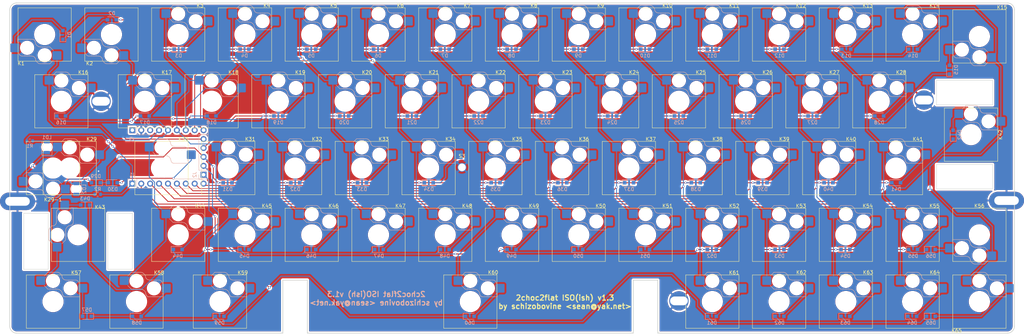
<source format=kicad_pcb>
(kicad_pcb (version 20211014) (generator pcbnew)
  (layers (0 "F.Cu" signal) (31 "B.Cu" signal) (34 "B.Paste" user) (35 "F.Paste" user) (36 "B.SilkS" user "B.Silkscreen") (37 "F.SilkS" user "F.Silkscreen") (38 "B.Mask" user) (39 "F.Mask" user) (44 "Edge.Cuts" user))
  (net 0 "")
  (net 1 "GND")
  (net 2 "row0")
  (net 3 "Net-(D1-Pad2)")
  (net 4 "Net-(D2-Pad2)")
  (net 5 "Net-(D3-Pad2)")
  (net 6 "Net-(D4-Pad2)")
  (net 7 "Net-(D5-Pad2)")
  (net 8 "Net-(D6-Pad2)")
  (net 9 "Net-(D7-Pad2)")
  (net 10 "Net-(D8-Pad2)")
  (net 11 "Net-(D9-Pad2)")
  (net 12 "Net-(D10-Pad2)")
  (net 13 "Net-(D11-Pad2)")
  (net 14 "Net-(D12-Pad2)")
  (net 15 "Net-(D13-Pad2)")
  (net 16 "Net-(D14-Pad2)")
  (net 17 "Net-(D44-Pad2)")
  (net 18 "Net-(D16-Pad2)")
  (net 19 "row1")
  (net 20 "Net-(D17-Pad2)")
  (net 21 "Net-(D18-Pad2)")
  (net 22 "Net-(D19-Pad2)")
  (net 23 "Net-(D20-Pad2)")
  (net 24 "Net-(D21-Pad2)")
  (net 25 "Net-(D22-Pad2)")
  (net 26 "Net-(D23-Pad2)")
  (net 27 "Net-(D24-Pad2)")
  (net 28 "Net-(D25-Pad2)")
  (net 29 "Net-(D26-Pad2)")
  (net 30 "Net-(D27-Pad2)")
  (net 31 "Net-(D28-Pad2)")
  (net 32 "row2")
  (net 33 "Net-(D30-Pad2)")
  (net 34 "Net-(D31-Pad2)")
  (net 35 "Net-(D32-Pad2)")
  (net 36 "Net-(D33-Pad2)")
  (net 37 "Net-(D34-Pad2)")
  (net 38 "Net-(D35-Pad2)")
  (net 39 "Net-(D36-Pad2)")
  (net 40 "Net-(D37-Pad2)")
  (net 41 "Net-(D38-Pad2)")
  (net 42 "Net-(D39-Pad2)")
  (net 43 "Net-(D40-Pad2)")
  (net 44 "Net-(D41-Pad2)")
  (net 45 "Net-(D42-Pad2)")
  (net 46 "row3")
  (net 47 "Net-(D43-Pad2)")
  (net 48 "Net-(D45-Pad2)")
  (net 49 "Net-(D46-Pad2)")
  (net 50 "Net-(D47-Pad2)")
  (net 51 "Net-(D48-Pad2)")
  (net 52 "Net-(D49-Pad2)")
  (net 53 "Net-(D50-Pad2)")
  (net 54 "Net-(D51-Pad2)")
  (net 55 "Net-(D52-Pad2)")
  (net 56 "Net-(D53-Pad2)")
  (net 57 "Net-(D54-Pad2)")
  (net 58 "Net-(D55-Pad2)")
  (net 59 "Net-(D56-Pad2)")
  (net 60 "Net-(D57-Pad2)")
  (net 61 "row4")
  (net 62 "Net-(D58-Pad2)")
  (net 63 "Net-(D59-Pad2)")
  (net 64 "Net-(D60-Pad2)")
  (net 65 "Net-(D61-Pad2)")
  (net 66 "Net-(D62-Pad2)")
  (net 67 "Net-(D63-Pad2)")
  (net 68 "Net-(D64-Pad2)")
  (net 69 "col0")
  (net 70 "col1")
  (net 71 "col2")
  (net 72 "col3")
  (net 73 "col4")
  (net 74 "col5")
  (net 75 "col6")
  (net 76 "col7")
  (net 77 "col8")
  (net 78 "col9")
  (net 79 "col10")
  (net 80 "col11")
  (net 81 "col12")
  (net 82 "col13")
  (net 83 "col14")
  (net 84 "+5V")
  (net 85 "+3V3")
  (net 86 "Net-(D65-Pad2)")
  (net 87 "Net-(D15-Pad2)")
  (net 88 "Net-(LD1-Pad2)")
  (net 89 "Net-(D29-Pad2)")
  (net 90 "Net-(LD2-Pad2)")
  (footprint "Switch_Keyboard_Hotswap_Kailh_mine:SW_Hotswap_Kailh_Choc_V2_1.00u" (layer "F.Cu") (at 76.2 28.575)
    (fp_text reference "K19")
    (fp_text value "KEYSW")
  )
  (footprint "Switch_Keyboard_Hotswap_Kailh_mine:SW_Hotswap_Kailh_Choc_V2_1.00u" (layer "F.Cu") (at 95.25 28.575)
    (fp_text reference "K20")
    (fp_text value "KEYSW")
  )
  (footprint "Switch_Keyboard_Hotswap_Kailh_mine:SW_Hotswap_Kailh_Choc_V2_1.00u" (layer "F.Cu") (at 152.4 28.575)
    (fp_text reference "K23")
    (fp_text value "KEYSW")
  )
  (footprint "Switch_Keyboard_Hotswap_Kailh_mine:SW_Hotswap_Kailh_Choc_V2_1.00u" (layer "F.Cu") (at 171.45 28.575)
    (fp_text reference "K24")
    (fp_text value "KEYSW")
  )
  (footprint "Switch_Keyboard_Hotswap_Kailh_mine:SW_Hotswap_Kailh_Choc_V2_1.00u" (layer "F.Cu") (at 38.1 28.575)
    (fp_text reference "K17")
    (fp_text value "KEYSW")
  )
  (footprint "Switch_Keyboard_Hotswap_Kailh_mine:SW_Hotswap_Kailh_Choc_V2_1.00u" (layer "F.Cu") (at 133.35 28.575)
    (fp_text reference "K22")
    (fp_text value "KEYSW")
  )
  (footprint "Switch_Keyboard_Hotswap_Kailh_mine:SW_Hotswap_Kailh_Choc_V2_1.00u" (layer "F.Cu") (at 114.3 28.575)
    (fp_text reference "K21")
    (fp_text value "KEYSW")
  )
  (footprint "Switch_Keyboard_Hotswap_Kailh_mine:SW_Hotswap_Kailh_Choc_V2_1.00u" (layer "F.Cu") (at 57.15 28.575)
    (fp_text reference "K18")
    (fp_text value "KEYSW")
  )
  (footprint "Switch_Keyboard_Hotswap_Kailh_mine:SW_Hotswap_Kailh_Choc_V2_1.50u" (layer "F.Cu") (at 14.2875 28.575)
    (fp_text reference "K16")
    (fp_text value "KEYSW")
  )
  (footprint "Switch_Keyboard_Hotswap_Kailh_mine:SW_Hotswap_Kailh_Choc_V2_1.00u" (layer "F.Cu") (at 142.875 9.525)
    (fp_text reference "K8")
    (fp_text value "KEYSW")
  )
  (footprint "Switch_Keyboard_Hotswap_Kailh_mine:SW_Hotswap_Kailh_Choc_V2_1.00u" (layer "F.Cu") (at 180.975 9.525)
    (fp_text reference "K10")
    (fp_text value "KEYSW")
  )
  (footprint "Switch_Keyboard_Hotswap_Kailh_mine:SW_Hotswap_Kailh_Choc_V2_1.00u" (layer "F.Cu") (at 257.175 9.525)
    (fp_text reference "K14")
    (fp_text value "KEYSW")
  )
  (footprint "Switch_Keyboard_Hotswap_Kailh_mine:SW_Hotswap_Kailh_Choc_V2_1.00u" (layer "F.Cu") (at 85.725 9.525)
    (fp_text reference "K5")
    (fp_text value "KEYSW")
  )
  (footprint "Switch_Keyboard_Hotswap_Kailh_mine:SW_Hotswap_Kailh_Choc_V2_1.00u" (layer "F.Cu") (at 238.125 9.525)
    (fp_text reference "K13")
    (fp_text value "KEYSW")
  )
  (footprint "Switch_Keyboard_Hotswap_Kailh_mine:SW_Hotswap_Kailh_Choc_V2_1.00u" (layer "F.Cu") (at 219.075 9.525)
    (fp_text reference "K12")
    (fp_text value "KEYSW")
  )
  (footprint "Switch_Keyboard_Hotswap_Kailh_mine:SW_Hotswap_Kailh_Choc_V2_1.00u" (layer "F.Cu") (at 200.025 9.525)
    (fp_text reference "K11")
    (fp_text value "KEYSW")
  )
  (footprint "Switch_Keyboard_Hotswap_Kailh_mine:SW_Hotswap_Kailh_Choc_V2_1.00u" (layer "F.Cu") (at 161.925 9.525)
    (fp_text reference "K9")
    (fp_text value "KEYSW")
  )
  (footprint "Switch_Keyboard_Hotswap_Kailh_mine:SW_Hotswap_Kailh_Choc_V2_1.00u" (layer "F.Cu") (at 123.825 9.525)
    (fp_text reference "K7")
    (fp_text value "KEYSW")
  )
  (footprint "Switch_Keyboard_Hotswap_Kailh_mine:SW_Hotswap_Kailh_Choc_V2_1.00u" (layer "F.Cu") (at 104.775 9.525)
    (fp_text reference "K6")
    (fp_text value "KEYSW")
  )
  (footprint "Switch_Keyboard_Hotswap_Kailh_mine:SW_Hotswap_Kailh_Choc_V2_1.00u" (layer "F.Cu") (at 66.675 9.525)
    (fp_text reference "K4")
    (fp_text value "KEYSW")
  )
  (footprint "Switch_Keyboard_Hotswap_Kailh_mine:SW_Hotswap_Kailh_Choc_V2_1.00u" (layer "F.Cu") (at 28.575 9.525 180)
    (fp_text reference "K2")
    (fp_text value "KEYSW")
  )
  (footprint "Switch_Keyboard_Hotswap_Kailh_mine:SW_Hotswap_Kailh_Choc_V2_1.00u" (layer "F.Cu") (at 9.525 9.525 180)
    (fp_text reference "K1")
    (fp_text value "KEYSW")
  )
  (footprint "Switch_Keyboard_Hotswap_Kailh_mine:SW_Hotswap_Kailh_Choc_V2_1.00u" (layer "F.Cu") (at 47.625 9.525)
    (fp_text reference "K3")
    (fp_text value "KEYSW")
  )
  (footprint "Switch_Keyboard_Hotswap_Kailh_mine:SW_Hotswap_Kailh_Choc_V2_1.00u" (layer "F.Cu") (at 200.025 85.725)
    (fp_text reference "K61")
    (fp_text value "KEYSW")
  )
  (footprint "Switch_Keyboard_Hotswap_Kailh_mine:SW_Hotswap_Kailh_Choc_V2_1.00u" (layer "F.Cu") (at 161.925 66.675)
    (fp_text reference "K50")
    (fp_text value "KEYSW")
  )
  (footprint "Switch_Keyboard_Hotswap_Kailh_mine:SW_Hotswap_Kailh_Choc_V2_1.00u" (layer "F.Cu") (at 257.17521 66.675056)
    (fp_text reference "K55")
    (fp_text value "KEYSW")
  )
  (footprint "Switch_Keyboard_Hotswap_Kailh_mine:SW_Hotswap_Kailh_Choc_V2_1.25u" (layer "F.Cu") (at 11.90625 47.625 180)
    (fp_text reference "K29-1")
    (fp_text value "KEYSW")
  )
  (footprint "Switch_Keyboard_Hotswap_Kailh_mine:SW_Hotswap_Kailh_Choc_V2_1.00u" (layer "F.Cu") (at 238.125 66.675)
    (fp_text reference "K54")
    (fp_text value "KEYSW")
  )
  (footprint "Switch_Keyboard_Hotswap_Kailh_mine:SW_Hotswap_Kailh_Choc_V2_1.00u" (layer "F.Cu") (at 180.975 66.675)
    (fp_text reference "K51")
    (fp_text value "KEYSW")
  )
  (footprint "Switch_Keyboard_Hotswap_Kailh_mine:SW_Hotswap_Kailh_Choc_V2_1.00u" (layer "F.Cu") (at 219.075 66.675)
    (fp_text reference "K53")
    (fp_text value "KEYSW")
  )
  (footprint "Switch_Keyboard_Hotswap_Kailh_mine:SW_Hotswap_Kailh_Choc_V2_1.00u" (layer "F.Cu") (at 142.875 66.675)
    (fp_text reference "K49")
    (fp_text value "KEYSW")
  )
  (footprint "Switch_Keyboard_Hotswap_Kailh_mine:SW_Hotswap_Kailh_Choc_V2_1.00u" (layer "F.Cu") (at 200.025 66.675)
    (fp_text reference "K52")
    (fp_text value "KEYSW")
  )
  (footprint "Switch_Keyboard_Hotswap_Kailh_mine:SW_Hotswap_Kailh_Choc_V2_1.00u" (layer "F.Cu") (at 257.175 85.725072)
    (fp_text reference "K64")
    (fp_text value "KEYSW")
  )
  (footprint "Switch_Keyboard_Hotswap_Kailh_mine:SW_Hotswap_Kailh_Choc_V2_1.00u" (layer "F.Cu") (at 238.125 85.725)
    (fp_text reference "K63")
    (fp_text value "KEYSW")
  )
  (footprint "Switch_Keyboard_Hotswap_Kailh_mine:SW_Hotswap_Kailh_Choc_V2_1.00u" (layer "F.Cu") (at 247.65 28.575)
    (fp_text reference "K28")
    (fp_text value "KEYSW")
  )
  (footprint "Switch_Keyboard_Hotswap_Kailh_mine:SW_Hotswap_Kailh_Choc_V2_1.00u" (layer "F.Cu") (at 66.675 66.675)
    (fp_text reference "K45")
    (fp_text value "KEYSW")
  )
  (footprint "Switch_Keyboard_Hotswap_Kailh_mine:SW_Hotswap_Kailh_Choc_V2_1.00u" (layer "F.Cu") (at 190.5 28.575)
    (fp_text reference "K25")
    (fp_text value "KEYSW")
  )
  (footprint "Switch_Keyboard_Hotswap_Kailh_mine:SW_Hotswap_Kailh_Choc_V2_1.00u" (layer "F.Cu") (at 119.0625 47.625)
    (fp_text reference "K34")
    (fp_text value "KEYSW")
  )
  (footprint "Switch_Keyboard_Hotswap_Kailh_mine:SW_Hotswap_Kailh_Choc_V2_1.00u" (layer "F.Cu") (at 61.9125 47.625)
    (fp_text reference "K31")
    (fp_text value "KEYSW")
  )
  (footprint "Switch_Keyboard_Hotswap_Kailh_mine:SW_Hotswap_Kailh_Choc_V2_1.25u" (layer "F.Cu") (at 59.53125 85.725)
    (fp_text reference "K59")
    (fp_text value "KEYSW")
  )
  (footprint "Switch_Keyboard_Hotswap_Kailh_mine:SW_Hotswap_Kailh_Choc_V2_1.00u" (layer "F.Cu") (at 219.075 85.725)
    (fp_text reference "K62")
    (fp_text value "KEYSW")
  )
  (footprint "Switch_Keyboard_Hotswap_Kailh_mine:SW_Hotswap_Kailh_Choc_V2_1.00u" (layer "F.Cu") (at 276.225 66.675 180)
    (fp_text reference "K56")
    (fp_text value "KEYSW")
  )
  (footprint "Switch_Keyboard_Hotswap_Kailh_mine:SW_Hotswap_Kailh_Choc_V2_1.00u" (layer "F.Cu") (at 176.2125 47.625)
    (fp_text reference "K37")
    (fp_text value "KEYSW")
  )
  (footprint "Switch_Keyboard_Hotswap_Kailh_mine:SW_Hotswap_Kailh_Choc_V2_1.25u" (layer "F.Cu") (at 11.90625 85.725)
    (fp_text reference "K57")
    (fp_text value "KEYSW")
  )
  (footprint "Switch_Keyboard_Hotswap_Kailh_mine:SW_Hotswap_Kailh_Choc_V2_1.00u" (layer "F.Cu") (at 228.6 28.575)
    (fp_text reference "K27")
    (fp_text value "KEYSW")
  )
  (footprint "Switch_Keyboard_Hotswap_Kailh_mine:SW_Hotswap_Kailh_Choc_V2_1.00u" (layer "F.Cu") (at 104.775 66.675)
    (fp_text reference "K47")
    (fp_text value "KEYSW")
  )
  (footprint "Switch_Keyboard_Hotswap_Kailh_mine:SW_Hotswap_Kailh_Choc_V2_1.00u" (layer "F.Cu") (at 80.9625 47.625)
    (fp_text reference "K32")
    (fp_text value "KEYSW")
  )
  (footprint "Switch_Keyboard_Hotswap_Kailh_mine:SW_Hotswap_Kailh_Choc_V2_1.00u" (layer "F.Cu") (at 252.4125 47.625)
    (fp_text reference "K41")
    (fp_text value "KEYSW")
  )
  (footprint "Switch_Keyboard_Hotswap_Kailh_mine:SW_Hotswap_Kailh_Choc_V2_1.00u" (layer "F.Cu") (at 157.1625 47.625)
    (fp_text reference "K36")
    (fp_text value "KEYSW")
  )
  (footprint "Switch_Keyboard_Hotswap_Kailh_mine:SW_Hotswap_Kailh_Choc_V2_1.00u" (layer "F.Cu") (at 100.0125 47.625)
    (fp_text reference "K33")
    (fp_text value "KEYSW")
  )
  (footprint "Switch_Keyboard_Hotswap_Kailh_mine:SW_Hotswap_Kailh_Choc_V2_1.00u" (layer "F.Cu") (at 42.8625 47.625)
    (fp_text reference "K30")
    (fp_text value "KEYSW")
  )
  (footprint "Switch_Keyboard_Hotswap_Kailh_mine:SW_Hotswap_Kailh_Choc_V2_1.00u" (layer "F.Cu") (at 195.2625 47.625)
    (fp_text reference "K38")
    (fp_text value "KEYSW")
  )
  (footprint "Switch_Keyboard_Hotswap_Kailh_mine:SW_Hotswap_Kailh_Choc_V2_2.00u_90deg_Gateron_LP_Stabs" (layer "F.Cu") (at 19.05 66.675 90)
    (fp_text reference "K43")
    (fp_text value "KEYSW")
    (fp_line (start 6.15 15.5) (end -9.85 15.5) (layer "Edge.Cuts") (width 0.12))
    (fp_line (start 6.15 8.5) (end 6.15 15.5) (layer "Edge.Cuts") (width 0.12))
    (fp_line (start 6.15 -15.5) (end 6.15 -8.5) (layer "Edge.Cuts") (width 0.12))
    (fp_line (start -9.85 15.5) (end -9.85 8.5) (layer "Edge.Cuts") (width 0.12))
    (fp_line (start -9.85 -15.5) (end -9.85 -8.5) (layer "Edge.Cuts") (width 0.12))
    (fp_line (start -9.85 8.5) (end 6.15 8.5) (layer "Edge.Cuts") (width 0.12))
    (fp_line (start 6.15 -8.5) (end -9.85 -8.5) (layer "Edge.Cuts") (width 0.12))
    (fp_line (start 6.15 -15.5) (end -9.85 -15.5) (layer "Edge.Cuts") (width 0.12))
  )
  (footprint "Switch_Keyboard_Hotswap_Kailh_mine:SW_Hotswap_Kailh_Choc_V2_1.00u" (layer "F.Cu") (at 233.3625 47.625)
    (fp_text reference "K40")
    (fp_text value "KEYSW")
  )
  (footprint "Switch_Keyboard_Hotswap_Kailh_mine:SW_Hotswap_Kailh_Choc_V2_1.00u" (layer "F.Cu") (at 214.3125 47.625)
    (fp_text reference "K39")
    (fp_text value "KEYSW")
  )
  (footprint "Switch_Keyboard_Hotswap_Kailh_mine:SW_Hotswap_Kailh_Choc_V2_1.00u" (layer "F.Cu") (at 209.55 28.575)
    (fp_text reference "K26")
    (fp_text value "KEYSW")
  )
  (footprint "Switch_Keyboard_Hotswap_Kailh_mine:SW_Hotswap_Kailh_Choc_V2_1.00u" (layer "F.Cu") (at 138.1125 47.625)
    (fp_text reference "K35")
    (fp_text value "KEYSW")
  )
  (footprint "Switch_Keyboard_Hotswap_Kailh_mine:SW_Hotswap_Kailh_Choc_V2_1.75u" (layer "F.Cu") (at 16.66875 47.625)
    (fp_text reference "K29")
    (fp_text value "KEYSW")
  )
  (footprint "Switch_Keyboard_Hotswap_Kailh_mine:SW_Hotswap_Kailh_Choc_V2_1.00u" (layer "F.Cu") (at 123.825 66.675)
    (fp_text reference "K48")
    (fp_text value "KEYSW")
  )
  (footprint "Switch_Keyboard_Hotswap_Kailh_mine:SW_Hotswap_Kailh_Choc_V2_1.25u" (layer "F.Cu") (at 35.71875 85.725)
    (fp_text reference "K58")
    (fp_text value "KEYSW")
  )
  (footprint "Switch_Keyboard_Hotswap_Kailh_mine:SW_Hotswap_Kailh_Choc_V2_1.00u" (layer "F.Cu") (at 85.725 66.675)
    (fp_text reference "K46")
    (fp_text value "KEYSW")
  )
  (footprint "footprints:10x5_7x2.5mm" (layer "F.Cu") (at 1.778 57.125)
    (fp_text reference "S4" hide)
    (fp_text value "Screw")
  )
  (footprint "footprints:10x5_7x2.5mm" (layer "F.Cu") (at 283.972 56.896)
    (fp_text reference "S5" hide)
    (fp_text value "Screw")
  )
  (footprint "Switch_Keyboard_Hotswap_Kailh_mine:SW_Hotswap_Kailh_Choc_V2_6.25u" (layer "F.Cu") (at 130.96875 85.725)
    (fp_text reference "K60")
    (fp_text value "KEYSW")
  )
  (footprint "footprints:5.5_5x2.5mm" (layer "F.Cu") (at 260.425 28.22705)
    (fp_text reference "S2" hide)
    (fp_text value "Screw")
  )
  (footprint "footprints:5.5_5x2.5mm" (layer "F.Cu") (at 25.6 28.575024)
    (fp_text reference "S1" hide)
    (fp_text value "Screw")
  )
  (footprint "MountingHole:MountingHole_2.2mm_M2_Pad_TopOnly" (layer "F.Cu") (at 128.587608 47.42504)
    (fp_text reference "S3")
    (fp_text value "Screw")
  )
  (footprint "footprints:5.5_5x2.5mm" (layer "F.Cu") (at 190.50016 85.525)
    (fp_text reference "S6" hide)
    (fp_text value "Screw")
  )
  (footprint "Switch_Keyboard_Hotswap_Kailh_mine:SW_Hotswap_Kailh_Choc_V2_ISOEnter_West_Gateron_LP_Stabs" (layer "F.Cu") (at 273.84398 38.1)
    (fp_text reference "K42")
    (fp_text value "KEYSW")
    (fp_line (start -9.85 15.5) (end -9.85 8.5) (layer "Edge.Cuts") (width 0.12))
    (fp_line (start 6.15 -8.5) (end -9.85 -8.5) (layer "Edge.Cuts") (width 0.12))
    (fp_line (start -9.85 8.5) (end 6.15 8.5) (layer "Edge.Cuts") (width 0.12))
    (fp_line (start 6.15 -15.5) (end -9.85 -15.5) (layer "Edge.Cuts") (width 0.12))
    (fp_line (start -9.85 -15.5) (end -9.85 -8.5) (layer "Edge.Cuts") (width 0.12))
    (fp_line (start 6.15 15.5) (end -9.85 15.5) (layer "Edge.Cuts") (width 0.12))
    (fp_line (start 6.15 -15.5) (end 6.15 -8.5) (layer "Edge.Cuts") (width 0.12))
    (fp_line (start 6.15 8.5) (end 6.15 15.5) (layer "Edge.Cuts") (width 0.12))
  )
  (footprint "Switch_Keyboard_Hotswap_Kailh_mine:SW_Hotswap_Kailh_Choc_V2_1.00u" (layer "F.Cu") (at 47.625 66.675)
    (fp_text reference "K44")
    (fp_text value "KEYSW")
  )
  (footprint "Switch_Keyboard_Hotswap_Kailh_mine:SW_Hotswap_Kailh_Choc_V2_1.00u" (layer "F.Cu") (at 276.225 85.725072)
    (fp_text reference "K65")
    (fp_text value "KEYSW")
  )
  (footprint "Switch_Keyboard_Hotswap_Kailh_mine:SW_Hotswap_Kailh_Choc_V2_1.00u" (layer "F.Cu") (at 276.225 10.07 180)
    (fp_text reference "K15")
    (fp_text value "KEYSW")
  )
  (footprint "Diode_SMD:D_SOD-323_HandSoldering" (layer "B.Cu") (at 237.998 89.916)
    (fp_text reference "D63")
    (fp_text value "D")
  )
  (footprint "Diode_SMD:D_SOD-323_HandSoldering" (layer "B.Cu") (at 219.202 89.916)
    (fp_text reference "D62")
    (fp_text value "D")
  )
  (footprint "Diode_SMD:D_SOD-323_HandSoldering" (layer "B.Cu") (at 199.898 89.916)
    (fp_text reference "D61")
    (fp_text value "D")
  )
  (footprint "Diode_SMD:D_SOD-323_HandSoldering" (layer "B.Cu") (at 130.81 89.916)
    (fp_text reference "D60")
    (fp_text value "D")
  )
  (footprint "Diode_SMD:D_SOD-323_HandSoldering" (layer "B.Cu") (at 59.436 89.916)
    (fp_text reference "D59")
    (fp_text value "D")
  )
  (footprint "Diode_SMD:D_SOD-323_HandSoldering" (layer "B.Cu") (at 262.382 70.866)
    (fp_text reference "D56")
    (fp_text value "D")
  )
  (footprint "Diode_SMD:D_SOD-323_HandSoldering" (layer "B.Cu") (at 257.302 70.866)
    (fp_text reference "D55")
    (fp_text value "D")
  )
  (footprint "Diode_SMD:D_SOD-323_HandSoldering" (layer "B.Cu") (at 237.998 70.866)
    (fp_text reference "D54")
    (fp_text value "D")
  )
  (footprint "Diode_SMD:D_SOD-323_HandSoldering" (layer "B.Cu") (at 219.202 70.866)
    (fp_text reference "D53")
    (fp_text value "D")
  )
  (footprint "Diode_SMD:D_SOD-323_HandSoldering" (layer "B.Cu") (at 161.798 70.866)
    (fp_text reference "D50")
    (fp_text value "D")
  )
  (footprint "Diode_SMD:D_SOD-323_HandSoldering" (layer "B.Cu") (at 123.698 70.866)
    (fp_text reference "D48")
    (fp_text value "D")
  )
  (footprint "Diode_SMD:D_SOD-323_HandSoldering" (layer "B.Cu") (at 104.902 70.866)
    (fp_text reference "D47")
    (fp_text value "D")
  )
  (footprint "Diode_SMD:D_SOD-323_HandSoldering" (layer "B.Cu") (at 228.6 32.766)
    (fp_text reference "D27")
    (fp_text value "D")
  )
  (footprint "Diode_SMD:D_SOD-323_HandSoldering" (layer "B.Cu") (at 233.172 51.816)
    (fp_text reference "D40")
    (fp_text value "D")
  )
  (footprint "Diode_SMD:D_SOD-323_HandSoldering" (layer "B.Cu") (at 57.15 32.766)
    (fp_text reference "D18")
    (fp_text value "D")
  )
  (footprint "Diode_SMD:D_SOD-323_HandSoldering" (layer "B.Cu") (at 190.5 32.766)
    (fp_text reference "D25")
    (fp_text value "D")
  )
  (footprint "Diode_SMD:D_SOD-323_HandSoldering" (layer "B.Cu") (at 214.376 51.816)
    (fp_text reference "D39")
    (fp_text value "D")
  )
  (footprint "Diode_SMD:D_SOD-323_HandSoldering" (layer "B.Cu") (at 119.126 51.816)
    (fp_text reference "D34")
    (fp_text value "D")
  )
  (footprint "Diode_SMD:D_SOD-323_HandSoldering" (layer "B.Cu") (at 24.13 51.816 180)
    (fp_text reference "D29")
    (fp_text value "D")
  )
  (footprint "Diode_SMD:D_SOD-323_HandSoldering" (layer "B.Cu") (at 195.326 51.816)
    (fp_text reference "D38")
    (fp_text value "D")
  )
  (footprint "Diode_SMD:D_SOD-323_HandSoldering" (layer "B.Cu") (at 138.176 51.816)
    (fp_text reference "D35")
    (fp_text value "D")
  )
  (footprint "Diode_SMD:D_SOD-323_HandSoldering" (layer "B.Cu") (at 28.956 51.816)
    (fp_text reference "D30")
    (fp_text value "D")
  )
  (footprint "Diode_SMD:D_SOD-323_HandSoldering" (layer "B.Cu") (at 81.026 51.816)
    (fp_text reference "D32")
    (fp_text value "D")
  )
  (footprint "Diode_SMD:D_SOD-323_HandSoldering" (layer "B.Cu") (at 114.3 32.766)
    (fp_text reference "D21")
    (fp_text value "D")
  )
  (footprint "Diode_SMD:D_SOD-323_HandSoldering" (layer "B.Cu") (at 209.55 32.766)
    (fp_text reference "D26")
    (fp_text value "D")
  )
  (footprint "Diode_SMD:D_SOD-323_HandSoldering" (layer "B.Cu") (at 133.33 32.766)
    (fp_text reference "D22")
    (fp_text value "D")
  )
  (footprint "Diode_SMD:D_SOD-323_HandSoldering" (layer "B.Cu") (at 171.45 32.766)
    (fp_text reference "D24")
    (fp_text value "D")
  )
  (footprint "Diode_SMD:D_SOD-323_HandSoldering" (layer "B.Cu") (at 252.476 51.816)
    (fp_text reference "D41")
    (fp_text value "D")
  )
  (footprint "Diode_SMD:D_SOD-323_HandSoldering" (layer "B.Cu") (at 157.226 51.816)
    (fp_text reference "D36")
    (fp_text value "D")
  )
  (footprint "Diode_SMD:D_SOD-323_HandSoldering" (layer "B.Cu") (at 100.076 51.816)
    (fp_text reference "D33")
    (fp_text value "D")
  )
  (footprint "Diode_SMD:D_SOD-323_HandSoldering" (layer "B.Cu") (at 66.548 70.866)
    (fp_text reference "D45")
    (fp_text value "D")
  )
  (footprint "Diode_SMD:D_SOD-323_HandSoldering" (layer "B.Cu") (at 180.848 70.866)
    (fp_text reference "D51")
    (fp_text value "D")
  )
  (footprint "Diode_SMD:D_SOD-323_HandSoldering" (layer "B.Cu") (at 268.732 38.1 90)
    (fp_text reference "D42")
    (fp_text value "D")
  )
  (footprint "Diode_SMD:D_SOD-323_HandSoldering" (layer "B.Cu") (at 35.814 89.916)
    (fp_text reference "D58")
    (fp_text value "D")
  )
  (footprint "Diode_SMD:D_SOD-323_HandSoldering" (layer "B.Cu") (at 176.276 51.816)
    (fp_text reference "D37")
    (fp_text value "D")
  )
  (footprint "Diode_SMD:D_SOD-323_HandSoldering" (layer "B.Cu") (at 94.996 32.766)
    (fp_text reference "D20")
    (fp_text value "D")
  )
  (footprint "Diode_SMD:D_SOD-323_HandSoldering" (layer "B.Cu") (at 247.65 32.766)
    (fp_text reference "D28")
    (fp_text value "D")
  )
  (footprint "Diode_SMD:D_SOD-323_HandSoldering" (layer "B.Cu") (at 61.722 51.816)
    (fp_text reference "D31")
    (fp_text value "D")
  )
  (footprint "Diode_SMD:D_SOD-323_HandSoldering" (layer "B.Cu") (at 152.4 32.766)
    (fp_text reference "D23")
    (fp_text value "D")
  )
  (footprint "Diode_SMD:D_SOD-323_HandSoldering" (layer "B.Cu") (at 199.898 70.866)
    (fp_text reference "D52")
    (fp_text value "D")
  )
  (footprint "Diode_SMD:D_SOD-323_HandSoldering" (layer "B.Cu") (at 142.748 70.866)
    (fp_text reference "D49")
    (fp_text value "D")
  )
  (footprint "Diode_SMD:D_SOD-323_HandSoldering" (layer "B.Cu") (at 76.2 32.766)
    (fp_text reference "D19")
    (fp_text value "D")
  )
  (footprint "Diode_SMD:D_SOD-323_HandSoldering" (layer "B.Cu") (at 180.848 13.716)
    (fp_text reference "D10")
    (fp_text value "D")
  )
  (footprint "Diode_SMD:D_SOD-323_HandSoldering" (layer "B.Cu") (at 257.302 13.716)
    (fp_text reference "D14")
    (fp_text value "D")
  )
  (footprint "Diode_SMD:D_SOD-323_HandSoldering" (layer "B.Cu") (at 161.798 13.716)
    (fp_text reference "D9")
    (fp_text value "D")
  )
  (footprint "Diode_SMD:D_SOD-323_HandSoldering" (layer "B.Cu") (at 238.252 13.716)
    (fp_text reference "D13")
    (fp_text value "D")
  )
  (footprint "Diode_SMD:D_SOD-323_HandSoldering" (layer "B.Cu") (at 199.898 13.716)
    (fp_text reference "D11")
    (fp_text value "D")
  )
  (footprint "Diode_SMD:D_SOD-323_HandSoldering" (layer "B.Cu") (at 38.1 32.766)
    (fp_text reference "D17")
    (fp_text value "D")
  )
  (footprint "Diode_SMD:D_SOD-323_HandSoldering" (layer "B.Cu") (at 14.224 32.766)
    (fp_text reference "D16")
    (fp_text value "D")
  )
  (footprint "Diode_SMD:D_SOD-323_HandSoldering" (layer "B.Cu") (at 219.202 13.716)
    (fp_text reference "D12")
    (fp_text value "D")
  )
  (footprint "Diode_SMD:D_SOD-323_HandSoldering" (layer "B.Cu") (at 123.698 13.716)
    (fp_text reference "D7")
    (fp_text value "D")
  )
  (footprint "Diode_SMD:D_SOD-323_HandSoldering" (layer "B.Cu") (at 47.752 13.716)
    (fp_text reference "D3")
    (fp_text value "D")
  )
  (footprint "Diode_SMD:D_SOD-323_HandSoldering" (layer "B.Cu") (at 85.598 13.716)
    (fp_text reference "D5")
    (fp_text value "D")
  )
  (footprint "Diode_SMD:D_SOD-323_HandSoldering" (layer "B.Cu") (at 142.748 13.716)
    (fp_text reference "D8")
    (fp_text value "D")
  )
  (footprint "Diode_SMD:D_SOD-323_HandSoldering" (layer "B.Cu") (at 104.648 13.716)
    (fp_text reference "D6")
    (fp_text value "D")
  )
  (footprint "Diode_SMD:D_SOD-323_HandSoldering" (layer "B.Cu") (at 66.548 13.716)
    (fp_text reference "D4")
    (fp_text value "D")
  )
  (footprint "Diode_SMD:D_SOD-323_HandSoldering" (layer "B.Cu") (at 257.048 89.916)
    (fp_text reference "D64")
    (fp_text value "D")
  )
  (footprint "Connector_PinHeader_2.54mm:PinHeader_1x09_P2.54mm_Vertical" (layer "B.Cu") (at 34.544 52.07 -90)
    (fp_text reference "J1")
    (fp_text value "Conn_01x09_Male")
  )
  (footprint "Diode_SMD:D_SOD-323_HandSoldering" (layer "B.Cu") (at 85.598 70.866)
    (fp_text reference "D46")
    (fp_text value "D")
  )
  (footprint "Diode_SMD:D_SOD-323_HandSoldering" (layer "B.Cu") (at 21.082 58.166 180)
    (fp_text reference "D43")
    (fp_text value "D")
  )
  (footprint "Diode_SMD:D_SOD-323_HandSoldering" (layer "B.Cu") (at 14.732 9.652 90)
    (fp_text reference "D1")
    (fp_text value "D")
  )
  (footprint "Diode_SMD:D_SOD-323_HandSoldering" (layer "B.Cu") (at 28.702 5.334 180)
    (fp_text reference "D2")
    (fp_text value "D")
  )
  (footprint "Diode_SMD:D_SOD-323_HandSoldering" (layer "B.Cu") (at 21.59 89.916 180)
    (fp_text reference "D57")
    (fp_text value "D")
  )
  (footprint "Connector_PinHeader_2.54mm:PinHeader_1x05_P2.54mm_Vertical" (layer "B.Cu") (at 54.864 49.53)
    (fp_text reference "J2")
    (fp_text value "Conn_01x05_Male")
  )
  (footprint "Connector_PinHeader_2.54mm:PinHeader_1x09_P2.54mm_Vertical" (layer "B.Cu") (at 34.544 36.83 -90)
    (fp_text reference "J3")
    (fp_text value "Conn_01x09_Male")
  )
  (footprint "Resistor_SMD:R_0603_1608Metric" (layer "B.Cu") (at 24.638 55.118 180)
    (fp_text reference "R2")
    (fp_text value "330R")
  )
  (footprint "Diode_SMD:D_SOD-323_HandSoldering" (layer "B.Cu") (at 262.382 89.916)
    (fp_text reference "D65")
    (fp_text value "D")
  )
  (footprint "LED_SMD:LED_1206_3216Metric_ReverseMount_Hole1.8x2.4mm" (layer "B.Cu") (at 18.542 53.594 -90)
    (fp_text reference "LD2")
    (fp_text value "LED")
  )
  (footprint "LED_SMD:LED_1206_3216Metric_ReverseMount_Hole1.8x2.4mm" (layer "B.Cu") (at 10.16 41.656 90)
    (fp_text reference "LD1")
    (fp_text value "LED")
  )
  (footprint "Diode_SMD:D_SOD-323_HandSoldering" (layer "B.Cu") (at 267.716 19.558 90)
    (fp_text reference "D15")
    (fp_text value "D")
  )
  (footprint "Diode_SMD:D_SOD-323_HandSoldering" (layer "B.Cu") (at 47.498 70.866)
    (fp_text reference "D44")
    (fp_text value "D")
  )
  (footprint "Resistor_SMD:R_0603_1608Metric" (layer "B.Cu") (at 5.271 39.878)
    (fp_text reference "R1")
    (fp_text value "330R")
  )
  (gr_line (start 284.225 0.525) (end 1.525 0.525) (layer "Edge.Cuts") (width 0.2))
  (gr_line (start 177.469 94.725064) (end 177.469 79.6) (layer "Edge.Cuts") (width 0.2))
  (gr_line (start 184.469 94.725064) (end 284.225 94.725064) (layer "Edge.Cuts") (width 0.2))
  (gr_arc (start -0.425 2.525) (mid 0.135786 1.121142) (end 1.525 0.525) (layer "Edge.Cuts") (width 0.2))
  (gr_arc (start 286.225 92.725064) (mid 285.639214 94.139278) (end 284.225 94.725064) (layer "Edge.Cuts") (width 0.2))
  (gr_line (start 1.525 94.725064) (end 77.469 94.725064) (layer "Edge.Cuts") (width 0.2))
  (gr_line (start 84.469 94.725064) (end 177.469 94.725064) (layer "Edge.Cuts") (width 0.2))
  (gr_line (start -0.425 2.525) (end -0.425 92.725064) (layer "Edge.Cuts") (width 0.2))
  (gr_arc (start 284.225 0.525) (mid 285.639214 1.110786) (end 286.225 2.525) (layer "Edge.Cuts") (width 0.2))
  (gr_line (start 84.469 79.6) (end 84.469 94.725064) (layer "Edge.Cuts") (width 0.2))
  (gr_arc (start 1.525 94.725064) (mid 0.135786 94.128922) (end -0.425 92.725064) (layer "Edge.Cuts") (width 0.2))
  (gr_line (start 184.469 79.6) (end 184.469 94.725064) (layer "Edge.Cuts") (width 0.2))
  (gr_line (start 286.225 92.725064) (end 286.225 2.525) (layer "Edge.Cuts") (width 0.2))
  (gr_line (start 77.469 79.6) (end 84.469 79.6) (layer "Edge.Cuts") (width 0.2))
  (gr_line (start 77.469 94.725064) (end 77.469 79.6) (layer "Edge.Cuts") (width 0.2))
  (gr_line (start 177.469 79.6) (end 184.469 79.6) (layer "Edge.Cuts") (width 0.2))
  (gr_text "2choc2flat ISO(ish) v1.3\nby schizobovine <sean@yak.net>" (at 104.14 84.836) (layer "B.SilkS") (effects (font (size 1.5 1.5) (thickness 0.3)) (justify mirror)))
  (gr_text "2choc2flat ISO(ish) v1.3\nby schizobovine <sean@yak.net>" (at 157.988 85.852) (layer "F.SilkS") (effects (font (size 1.5 1.5) (thickness 0.3))))
  (via (at 24.892 48.514) (size 0.6) (drill 0.4) (layers "F.Cu" "B.Cu") (net 1))
  (segment (start 54.864 39.37) (end 32.766 39.37) (width 0.25) (layer "F.Cu") (net 2))
  (segment (start 32.766 39.37) (end 30.988 37.592) (width 0.25) (layer "F.Cu") (net 2))
  (segment (start 119.634 13.716) (end 121.158 13.716) (width 0.25) (layer "F.Cu") (net 2))
  (segment (start 81.534 13.716) (end 83.058 13.716) (width 0.25) (layer "F.Cu") (net 2))
  (segment (start 62.484 13.716) (end 64.008 13.716) (width 0.25) (layer "F.Cu") (net 2))
  (segment (start 30.988 37.592) (end 30.988 25.654) (width 0.25) (layer "F.Cu") (net 2))
  (segment (start 42.926 13.716) (end 34.544 5.334) (width 0.25) (layer "F.Cu") (net 2))
  (segment (start 235.458 13.716) (end 42.926 13.716) (width 0.25) (layer "F.Cu") (net 2))
  (segment (start 43.434 13.716) (end 44.958 13.716) (width 0.25) (layer "F.Cu") (net 2))
  (segment (start 34.544 5.334) (end 31.242 5.334) (width 0.25) (layer "F.Cu") (net 2))
  (segment (start 100.584 13.716) (end 102.108 13.716) (width 0.25) (layer "F.Cu") (net 2))
  (segment (start 42.926 13.716) (end 30.988 25.654) (width 0.25) (layer "F.Cu") (net 2))
  (via (at 197.358 13.716) (size 0.6) (drill 0.4) (layers "F.Cu" "B.Cu") (net 2))
  (via (at 178.308 13.716) (size 0.6) (drill 0.4) (layers "F.Cu" "B.Cu") (net 2))
  (via (at 44.958 13.716) (size 0.6) (drill 0.4) (layers "F.Cu" "B.Cu") (net 2))
  (via (at 140.208 13.716) (size 0.6) (drill 0.4) (layers "F.Cu" "B.Cu") (net 2))
  (via (at 83.058 13.716) (size 0.6) (drill 0.4) (layers "F.Cu" "B.Cu") (net 2))
  (via (at 216.408 13.716) (size 0.6) (drill 0.4) (layers "F.Cu" "B.Cu") (net 2))
  (via (at 235.458 13.716) (size 0.6) (drill 0.4) (layers "F.Cu" "B.Cu") (net 2))
  (via (at 31.242 5.334) (size 0.6) (drill 0.4) (layers "F.Cu" "B.Cu") (net 2))
  (via (at 159.258 13.716) (size 0.6) (drill 0.4) (layers "F.Cu" "B.Cu") (net 2))
  (via (at 64.008 13.716) (size 0.6) (drill 0.4) (layers "F.Cu" "B.Cu") (net 2))
  (via (at 121.158 13.716) (size 0.6) (drill 0.4) (layers "F.Cu" "B.Cu") (net 2))
  (via (at 102.108 13.716) (size 0.6) (drill 0.4) (layers "F.Cu" "B.Cu") (net 2))
  (segment (start 28.428 3.81) (end 21.824 3.81) (width 0.25) (layer "B.Cu") (net 2))
  (segment (start 102.108 13.716) (end 103.398 13.716) (width 0.25) (layer "B.Cu") (net 2))
  (segment (start 237.002 13.716) (end 238.78 15.494) (width 0.25) (layer "B.Cu") (net 2))
  (segment (start 235.458 13.716) (end 237.002 13.716) (width 0.25) (layer "B.Cu") (net 2))
  (segment (start 44.958 13.716) (end 46.502 13.716) (width 0.25) (layer "B.Cu") (net 2))
  (segment (start 216.408 13.716) (end 217.952 13.716) (width 0.25) (layer "B.Cu") (net 2))
  (segment (start 64.008 13.716) (end 65.298 13.716) (width 0.25) (layer "B.Cu") (net 2))
  (segment (start 31.242 5.334) (end 29.952 5.334) (width 0.25) (layer "B.Cu") (net 2))
  (segment (start 178.308 13.716) (end 179.598 13.716) (width 0.25) (layer "B.Cu") (net 2))
  (segment (start 254.274 15.494) (end 256.052 13.716) (width 0.25) (layer "B.Cu") (net 2))
  (segment (start 83.058 13.716) (end 84.348 13.716) (width 0.25) (layer "B.Cu") (net 2))
  (segment (start 197.358 13.716) (end 198.648 13.716) (width 0.25) (layer "B.Cu") (net 2))
  (segment (start 21.824 3.81) (end 14.732 10.902) (width 0.25) (layer "B.Cu") (net 2))
  (segment (start 159.258 13.716) (end 160.548 13.716) (width 0.25) (layer "B.Cu") (net 2))
  (segment (start 29.952 5.334) (end 28.428 3.81) (width 0.25) (layer "B.Cu") (net 2))
  (segment (start 121.158 13.716) (end 122.448 13.716) (width 0.25) (layer "B.Cu") (net 2))
  (segment (start 238.78 15.494) (end 254.274 15.494) (width 0.25) (layer "B.Cu") (net 2))
  (segment (start 140.208 13.716) (end 141.498 13.716) (width 0.25) (layer "B.Cu") (net 2))
  (segment (start 1.025 10.151) (end 1.025 13.325) (width 0.25) (layer "B.Cu") (net 3))
  (segment (start 11.664 5.334) (end 5.842 5.334) (width 0.25) (layer "B.Cu") (net 3))
  (segment (start 14.732 8.402) (end 11.664 5.334) (width 0.25) (layer "B.Cu") (net 3))
  (segment (start 5.842 5.334) (end 1.025 10.151) (width 0.25) (layer "B.Cu") (net 3))
  (segment (start 20.066 13.316) (end 20.075 13.325) (width 0.25) (layer "B.Cu") (net 4))
  (segment (start 27.452 5.334) (end 26.162 5.334) (width 0.25) (layer "B.Cu") (net 4))
  (segment (start 20.066 11.43) (end 20.066 13.316) (width 0.25) (layer "B.Cu") (net 4))
  (segment (start 26.162 5.334) (end 20.066 11.43) (width 0.25) (layer "B.Cu") (net 4))
  (segment (start 49.002 13.716) (end 56.125 6.593) (width 0.25) (layer "B.Cu") (net 5))
  (segment (start 56.125 6.593) (end 56.125 5.725) (width 0.25) (layer "B.Cu") (net 5))
  (segment (start 75.175 6.339) (end 75.175 5.725) (width 0.25) (layer "B.Cu") (net 6))
  (segment (start 67.798 13.716) (end 75.175 6.339) (width 0.25) (layer "B.Cu") (net 6))
  (segment (start 86.848 13.716) (end 94.225 6.339) (width 0.25) (layer "B.Cu") (net 7))
  (segment (start 94.225 6.339) (end 94.225 5.725) (width 0.25) (layer "B.Cu") (net 7))
  (segment (start 105.898 13.716) (end 113.275 6.339) (width 0.25) (layer "B.Cu") (net 8))
  (segment (start 113.275 6.339) (end 113.275 5.725) (width 0.25) (layer "B.Cu") (net 8))
  (segment (start 124.948 13.716) (end 132.325 6.339) (width 0.25) (layer "B.Cu") (net 9))
  (segment (start 132.325 6.339) (end 132.325 5.725) (width 0.25) (layer "B.Cu") (net 9))
  (segment (start 151.375 6.339) (end 151.375 5.725) (width 0.25) (layer "B.Cu") (net 10))
  (segment (start 143.998 13.716) (end 151.375 6.339) (width 0.25) (layer "B.Cu") (net 10))
  (segment (start 170.425 6.339) (end 170.425 5.725) (width 0.25) (layer "B.Cu") (net 11))
  (segment (start 163.048 13.716) (end 170.425 6.339) (width 0.25) (layer "B.Cu") (net 11))
  (segment (start 182.098 13.716) (end 189.475 6.339) (width 0.25) (layer "B.Cu") (net 12))
  (segment (start 189.475 6.339) (end 189.475 5.725) (width 0.25) (layer "B.Cu") (net 12))
  (segment (start 208.525 6.339) (end 208.525 5.725) (width 0.25) (layer "B.Cu") (net 13))
  (segment (start 201.148 13.716) (end 208.525 6.339) (width 0.25) (layer "B.Cu") (net 13))
  (segment (start 220.452 13.716) (end 227.575 6.593) (width 0.25) (layer "B.Cu") (net 14))
  (segment (start 227.575 6.593) (end 227.575 5.725) (width 0.25) (layer "B.Cu") (net 14))
  (segment (start 239.502 13.716) (end 246.625 6.593) (width 0.25) (layer "B.Cu") (net 15))
  (segment (start 246.625 6.593) (end 246.625 5.725) (width 0.25) (layer "B.Cu") (net 15))
  (segment (start 265.675 6.593) (end 265.675 5.725) (width 0.25) (layer "B.Cu") (net 16))
  (segment (start 258.552 13.716) (end 265.675 6.593) (width 0.25) (layer "B.Cu") (net 16))
  (segment (start 56.125 63.489) (end 48.748 70.866) (width 0.25) (layer "B.Cu") (net 17))
  (segment (start 56.125 62.875) (end 56.125 63.489) (width 0.25) (layer "B.Cu") (net 17))
  (segment (start 22.7875 25.4525) (end 22.7875 24.775) (width 0.25) (layer "B.Cu") (net 18))
  (segment (start 15.474 32.766) (end 22.7875 25.4525) (width 0.25) (layer "B.Cu") (net 18))
  (segment (start 243.332 32.766) (end 244.856 32.766) (width 0.25) (layer "F.Cu") (net 19))
  (segment (start 54.864 41.91) (end 64.008 32.766) (width 0.25) (layer "F.Cu") (net 19))
  (segment (start 109.982 32.766) (end 111.506 32.766) (width 0.25) (layer "F.Cu") (net 19))
  (segment (start 71.882 32.766) (end 73.406 32.766) (width 0.25) (layer "F.Cu") (net 19))
  (segment (start 90.932 32.766) (end 92.456 32.766) (width 0.25) (layer "F.Cu") (net 19))
  (segment (start 64.008 32.766) (end 71.882 32.766) (width 0.25) (layer "F.Cu") (net 19))
  (segment (start 50.546 33.528) (end 51.308 32.766) (width 0.25) (layer "F.Cu") (net 19))
  (segment (start 224.4755 32.766) (end 225.806 32.766) (width 0.25) (layer "F.Cu") (net 19))
  (segment (start 46.228 33.528) (end 50.546 33.528) (width 0.25) (layer "F.Cu") (net 19))
  (segment (start 34.29 34.29) (end 35.814 32.766) (width 0.25) (layer "F.Cu") (net 19))
  (segment (start 224.4755 32.766) (end 73.406 32.766) (width 0.25) (layer "F.Cu") (net 19))
  (segment (start 225.806 32.766) (end 243.332 32.766) (width 0.25) (layer "F.Cu") (net 19))
  (segment (start 129.2255 32.766) (end 130.556 32.766) (width 0.25) (layer "F.Cu") (net 19))
  (via (at 187.6245 32.766) (size 0.6) (drill 0.4) (layers "F.Cu" "B.Cu") (net 19))
  (via (at 51.308 32.766) (size 0.6) (drill 0.4) (layers "F.Cu" "B.Cu") (net 19))
  (via (at 206.756 32.766) (size 0.6) (drill 0.4) (layers "F.Cu" "B.Cu") (net 19))
  (via (at 130.556 32.766) (size 0.6) (drill 0.4) (layers "F.Cu" "B.Cu") (net 19))
  (via (at 168.656 32.766) (size 0.6) (drill 0.4) (layers "F.Cu" "B.Cu") (net 19))
  (via (at 35.814 32.766) (size 0.6) (drill 0.4) (layers "F.Cu" "B.Cu") (net 19))
  (via (at 111.506 32.766) (size 0.6) (drill 0.4) (layers "F.Cu" "B.Cu") (net 19))
  (via (at 46.228 33.528) (size 0.6) (drill 0.4) (layers "F.Cu" "B.Cu") (net 19))
  (via (at 149.86 32.766) (size 0.6) (drill 0.4) (layers "F.Cu" "B.Cu") (net 19))
  (via (at 71.882 32.766) (size 0.6) (drill 0.4) (layers "F.Cu" "B.Cu") (net 19))
  (via (at 73.406 32.766) (size 0.6) (drill 0.4) (layers "F.Cu" "B.Cu") (net 19))
  (via (at 244.856 32.766) (size 0.6) (drill 0.4) (layers "F.Cu" "B.Cu") (net 19))
  (via (at 225.806 32.766) (size 0.6) (drill 0.4) (layers "F.Cu" "B.Cu") (net 19))
  (via (at 92.456 32.766) (size 0.6) (drill 0.4) (layers "F.Cu" "B.Cu") (net 19))
  (via (at 34.29 34.29) (size 0.6) (drill 0.4) (layers "F.Cu" "B.Cu") (net 19))
  (segment (start 247.904 34.29) (end 249.472493 34.29) (width 0.25) (layer "B.Cu") (net 19))
  (segment (start 51.308 32.766) (end 55.9 32.766) (width 0.25) (layer "B.Cu") (net 19))
  (segment (start 46.165489 33.590511) (end 46.228 33.528) (width 0.25) (layer "B.Cu") (net 19))
  (segment (start 259.334 24.384) (end 262.91 20.808) (width 0.25) (layer "B.Cu") (net 19))
  (segment (start 168.656 32.766) (end 170.2 32.766) (width 0.25) (layer "B.Cu") (net 19))
  (segment (start 73.406 32.766) (end 74.95 32.766) (width 0.25) (layer "B.Cu") (net 19))
  (segment (start 14.498 34.29) (end 34.29 34.29) (width 0.25) (layer "B.Cu") (net 19))
  (segment (start 206.756 32.766) (end 208.3 32.766) (width 0.25) (layer "B.Cu") (net 19))
  (segment (start 37.674511 33.590511) (end 46.165489 33.590511) (width 0.25) (layer "B.Cu") (net 19))
  (segment (start 246.4 32.766) (end 246.4 32.786) (width 0.25) (layer "B.Cu") (net 19))
  (segment (start 244.856 32.766) (end 246.4 32.766) (width 0.25) (layer "B.Cu") (net 19))
  (segment (start 262.91 20.808) (end 267.716 20.808) (width 0.25) (layer "B.Cu") (net 19))
  (segment (start 259.334 24.428493) (end 259.334 24.384) (width 0.25) (layer "B.Cu") (net 19))
  (segment (start 12.974 32.766) (end 14.498 34.29) (width 0.25) (layer "B.Cu") (net 19))
  (segment (start 56.916 33.782) (end 58.42 33.782) (width 0.25) (layer "B.Cu") (net 19))
  (segment (start 225.806 32.766) (end 227.35 32.766) (width 0.25) (layer "B.Cu") (net 19))
  (segment (start 58.42 33.782) (end 70.866 33.782) (width 0.25) (layer "B.Cu") (net 19))
  (segment (start 130.556 32.766) (end 132.08 32.766) (width 0.25) (layer "B.Cu") (net 19))
  (segment (start 249.472493 34.29) (end 259.334 24.428493) (width 0.25) (layer "B.Cu") (net 19))
  (segment (start 246.4 32.786) (end 247.904 34.29) (width 0.25) (layer "B.Cu") (net 19))
  (segment (start 187.6245 32.766) (end 189.25 32.766) (width 0.25) (layer "B.Cu") (net 19))
  (segment (start 36.85 32.766) (end 37.674511 33.590511) (width 0.25) (layer "B.Cu") (net 19))
  (segment (start 55.9 32.766) (end 56.916 33.782) (width 0.25) (layer "B.Cu") (net 19))
  (segment (start 70.866 33.782) (end 71.882 32.766) (width 0.25) (layer "B.Cu") (net 19))
  (segment (start 92.456 32.766) (end 93.746 32.766) (width 0.25) (layer "B.Cu") (net 19))
  (segment (start 149.86 32.766) (end 151.15 32.766) (width 0.25) (layer "B.Cu") (net 19))
  (segment (start 111.506 32.766) (end 113.05 32.766) (width 0.25) (layer "B.Cu") (net 19))
  (segment (start 35.814 32.766) (end 36.85 32.766) (width 0.25) (layer "B.Cu") (net 19))
  (segment (start 39.35 32.766) (end 46.6 25.516) (width 0.25) (layer "B.Cu") (net 20))
  (segment (start 46.6 25.516) (end 46.6 24.775) (width 0.25) (layer "B.Cu") (net 20))
  (segment (start 58.4 32.766) (end 65.65 25.516) (width 0.25) (layer "B.Cu") (net 21))
  (segment (start 65.65 25.516) (end 65.65 24.775) (width 0.25) (layer "B.Cu") (net 21))
  (segment (start 84.7 25.516) (end 84.7 24.775) (width 0.25) (layer "B.Cu") (net 22))
  (segment (start 77.45 32.766) (end 84.7 25.516) (width 0.25) (layer "B.Cu") (net 22))
  (segment (start 96.246 32.766) (end 103.75 25.262) (width 0.25) (layer "B.Cu") (net 23))
  (segment (start 103.75 25.262) (end 103.75 24.775) (width 0.25) (layer "B.Cu") (net 23))
  (segment (start 122.8 25.516) (end 122.8 24.775) (width 0.25) (layer "B.Cu") (net 24))
  (segment (start 115.55 32.766) (end 122.8 25.516) (width 0.25) (layer "B.Cu") (net 24))
  (segment (start 141.85 25.496) (end 141.85 24.775) (width 0.25) (layer "B.Cu") (net 25))
  (segment (start 134.58 32.766) (end 141.85 25.496) (width 0.25) (layer "B.Cu") (net 25))
  (segment (start 160.9 25.516) (end 160.9 24.775) (width 0.25) (layer "B.Cu") (net 26))
  (segment (start 153.65 32.766) (end 160.9 25.516) (width 0.25) (layer "B.Cu") (net 26))
  (segment (start 179.95 25.516) (end 179.95 24.775) (width 0.25) (layer "B.Cu") (net 27))
  (segment (start 172.7 32.766) (end 179.95 25.516) (width 0.25) (layer "B.Cu") (net 27))
  (segment (start 199 25.516) (end 199 24.775) (width 0.25) (layer "B.Cu") (net 28))
  (segment (start 191.75 32.766) (end 199 25.516) (width 0.25) (layer "B.Cu") (net 28))
  (segment (start 210.8 32.766) (end 218.05 25.516) (width 0.25) (layer "B.Cu") (net 29))
  (segment (start 218.05 25.516) (end 218.05 24.775) (width 0.25) (layer "B.Cu") (net 29))
  (segment (start 237.1 25.516) (end 237.1 24.775) (width 0.25) (layer "B.Cu") (net 30))
  (segment (start 229.85 32.766) (end 237.1 25.516) (width 0.25) (layer "B.Cu") (net 30))
  (segment (start 248.9 32.766) (end 256.15 25.516) (width 0.25) (layer "B.Cu") (net 31))
  (segment (start 256.15 25.516) (end 256.15 24.775) (width 0.25) (layer "B.Cu") (net 31))
  (segment (start 52.324 41.91) (end 54.864 44.45) (width 0.25) (layer "F.Cu") (net 32))
  (segment (start 45.974 41.91) (end 52.324 41.91) (width 0.25) (layer "F.Cu") (net 32))
  (segment (start 76.708 51.816) (end 78.232 51.816) (width 0.25) (layer "F.Cu") (net 32))
  (segment (start 153.038 51.816) (end 154.432 51.816) (width 0.25) (layer "F.Cu") (net 32))
  (segment (start 59.037 51.816) (end 249.682 51.816) (width 0.25) (layer "F.Cu") (net 32))
  (segment (start 95.888 51.816) (end 97.282 51.816) (width 0.25) (layer "F.Cu") (net 32))
  (segment (start 133.988 51.816) (end 135.382 51.816) (width 0.25) (layer "F.Cu") (net 32))
  (segment (start 114.808 51.816) (end 116.332 51.816) (width 0.25) (layer "F.Cu") (net 32))
  (segment (start 43.434 44.45) (end 45.974 41.91) (width 0.25) (layer "F.Cu") (net 32))
  (segment (start 57.658 50.437) (end 59.037 51.816) (width 0.25) (layer "F.Cu") (net 32))
  (segment (start 57.658 47.244) (end 57.658 50.437) (width 0.25) (layer "F.Cu") (net 32))
  (segment (start 30.734 44.45) (end 43.434 44.45) (width 0.25) (layer "F.Cu") (net 32))
  (via (at 30.734 44.45) (size 0.6) (drill 0.4) (layers "F.Cu" "B.Cu") (net 32))
  (via (at 59.037 51.816) (size 0.6) (drill 0.4) (layers "F.Cu" "B.Cu") (net 32))
  (via (at 78.232 51.816) (size 0.6) (drill 0.4) (layers "F.Cu" "B.Cu") (net 32))
  (via (at 116.332 51.816) (size 0.6) (drill 0.4) (layers "F.Cu" "B.Cu") (net 32))
  (via (at 249.682 51.816) (size 0.6) (drill 0.4) (layers "F.Cu" "B.Cu") (net 32))
  (via (at 57.658 47.244) (size 0.6) (drill 0.4) (layers "F.Cu" "B.Cu") (net 32))
  (via (at 97.282 51.816) (size 0.6) (drill 0.4) (layers "F.Cu" "B.Cu") (net 32))
  (via (at 135.382 51.816) (size 0.6) (drill 0.4) (layers "F.Cu" "B.Cu") (net 32))
  (via (at 211.582 51.816) (size 0.6) (drill 0.4) (layers "F.Cu" "B.Cu") (net 32))
  (via (at 154.432 51.816) (size 0.6) (drill 0.4) (layers "F.Cu" "B.Cu") (net 32))
  (via (at 230.487 51.816) (size 0.6) (drill 0.4) (layers "F.Cu" "B.Cu") (net 32))
  (via (at 173.337 51.816) (size 0.6) (drill 0.4) (layers "F.Cu" "B.Cu") (net 32))
  (via (at 192.387 51.816) (size 0.6) (drill 0.4) (layers "F.Cu" "B.Cu") (net 32))
  (segment (start 255.016 53.34) (end 268.732 39.624) (width 0.25) (layer "B.Cu") (net 32))
  (segment (start 78.232 51.816) (end 79.776 51.816) (width 0.25) (layer "B.Cu") (net 32))
  (segment (start 116.332 51.816) (end 117.876 51.816) (width 0.25) (layer "B.Cu") (net 32))
  (segment (start 27.706 51.816) (end 27.706 47.478) (width 0.25) (layer "B.Cu") (net 32))
  (segment (start 249.682 51.816) (end 251.226 51.816) (width 0.25) (layer "B.Cu") (net 32))
  (segment (start 135.382 51.816) (end 136.926 51.816) (width 0.25) (layer "B.Cu") (net 32))
  (segment (start 173.337 51.816) (end 175.026 51.816) (width 0.25) (layer "B.Cu") (net 32))
  (segment (start 97.282 51.816) (end 98.826 51.816) (width 0.25) (layer "B.Cu") (net 32))
  (segment (start 154.432 51.816) (end 155.976 51.816) (width 0.25) (layer "B.Cu") (net 32))
  (segment (start 251.226 51.816) (end 252.75 53.34) (width 0.25) (layer "B.Cu") (net 32))
  (segment (start 25.38 51.816) (end 27.706 51.816) (width 0.25) (layer "B.Cu") (net 32))
  (segment (start 54.864 44.45) (end 57.658 47.244) (width 0.25) (layer "B.Cu") (net 32))
  (segment (start 268.732 39.624) (end 268.732 39.35) (width 0.25) (layer "B.Cu") (net 32))
  (segment (start 211.582 51.816) (end 213.126 51.816) (width 0.25) (layer "B.Cu") (net 32))
  (segment (start 252.75 53.34) (end 255.016 53.34) (width 0.25) (layer "B.Cu") (net 32))
  (segment (start 230.487 51.816) (end 231.922 51.816) (width 0.25) (layer "B.Cu") (net 32))
  (segment (start 192.387 51.816) (end 194.076 51.816) (width 0.25) (layer "B.Cu") (net 32))
  (segment (start 59.037 51.816) (end 60.472 51.816) (width 0.25) (layer "B.Cu") (net 32))
  (segment (start 27.706 47.478) (end 30.734 44.45) (width 0.25) (layer "B.Cu") (net 32))
  (segment (start 46.228 50.546) (end 32.766 50.546) (width 0.25) (layer "F.Cu") (net 33))
  (segment (start 32.766 50.546) (end 31.496 51.816) (width 0.25) (layer "F.Cu") (net 33))
  (via (at 46.228 50.546) (size 0.6) (drill 0.4) (layers "F.Cu" "B.Cu") (net 33))
  (via (at 31.496 51.816) (size 0.6) (drill 0.4) (layers "F.Cu" "B.Cu") (net 33))
  (segment (start 51.3625 45.4115) (end 46.228 50.546) (width 0.25) (layer "B.Cu") (net 33))
  (segment (start 51.3625 43.825) (end 51.3625 45.4115) (width 0.25) (layer "B.Cu") (net 33))
  (segment (start 31.496 51.816) (end 30.206 51.816) (width 0.25) (layer "B.Cu") (net 33))
  (segment (start 70.4125 43.825) (end 70.4125 44.3755) (width 0.25) (layer "B.Cu") (net 34))
  (segment (start 70.4125 44.3755) (end 62.972 51.816) (width 0.25) (layer "B.Cu") (net 34))
  (segment (start 89.4625 43.825) (end 89.4625 44.6295) (width 0.25) (layer "B.Cu") (net 35))
  (segment (start 89.4625 44.6295) (end 82.276 51.816) (width 0.25) (layer "B.Cu") (net 35))
  (segment (start 108.5125 44.6295) (end 101.326 51.816) (width 0.25) (layer "B.Cu") (net 36))
  (segment (start 108.5125 43.825) (end 108.5125 44.6295) (width 0.25) (layer "B.Cu") (net 36))
  (segment (start 122.428 51.816) (end 123.952 50.292) (width 0.25) (layer "B.Cu") (net 37))
  (segment (start 120.376 51.816) (end 122.428 51.816) (width 0.25) (layer "B.Cu") (net 37))
  (segment (start 123.952 47.4355) (end 127.5625 43.825) (width 0.25) (layer "B.Cu") (net 37))
  (segment (start 123.952 50.292) (end 123.952 47.4355) (width 0.25) (layer "B.Cu") (net 37))
  (segment (start 146.6125 43.825) (end 146.6125 44.6295) (width 0.25) (layer "B.Cu") (net 38))
  (segment (start 146.6125 44.6295) (end 139.426 51.816) (width 0.25) (layer "B.Cu") (net 38))
  (segment (start 165.6625 43.825) (end 165.6625 44.6295) (width 0.25) (layer "B.Cu") (net 39))
  (segment (start 165.6625 44.6295) (end 158.476 51.816) (width 0.25) (layer "B.Cu") (net 39))
  (segment (start 177.526 51.816) (end 184.7125 44.6295) (width 0.25) (layer "B.Cu") (net 40))
  (segment (start 184.7125 44.6295) (end 184.7125 43.825) (width 0.25) (layer "B.Cu") (net 40))
  (segment (start 196.576 51.816) (end 203.7625 44.6295) (width 0.25) (layer "B.Cu") (net 41))
  (segment (start 203.7625 44.6295) (end 203.7625 43.825) (width 0.25) (layer "B.Cu") (net 41))
  (segment (start 222.8125 44.6295) (end 222.8125 43.825) (width 0.25) (layer "B.Cu") (net 42))
  (segment (start 215.626 51.816) (end 222.8125 44.6295) (width 0.25) (layer "B.Cu") (net 42))
  (segment (start 234.422 51.816) (end 241.8625 44.3755) (width 0.25) (layer "B.Cu") (net 43))
  (segment (start 241.8625 44.3755) (end 241.8625 43.825) (width 0.25) (layer "B.Cu") (net 43))
  (segment (start 253.726 51.816) (end 260.9125 44.6295) (width 0.25) (layer "B.Cu") (net 44))
  (segment (start 260.9125 44.6295) (end 260.9125 43.825) (width 0.25) (layer "B.Cu") (net 44))
  (segment (start 268.732 36.85) (end 268.732 33.71198) (width 0.25) (layer "B.Cu") (net 45))
  (segment (start 268.732 33.71198) (end 270.34398 32.1) (width 0.25) (layer "B.Cu") (net 45))
  (segment (start 126.746 72.136) (end 138.43 72.136) (width 0.25) (layer "F.Cu") (net 46))
  (segment (start 214.884 70.866) (end 216.408 70.866) (width 0.25) (layer "F.Cu") (net 46))
  (segment (start 55.372 70.866) (end 56.896 70.866) (width 0.25) (layer "F.Cu") (net 46))
  (segment (start 195.834 70.866) (end 254.508 70.866) (width 0.25) (layer "F.Cu") (net 46))
  (segment (start 138.43 72.136) (end 139.7 70.866) (width 0.25) (layer "F.Cu") (net 46))
  (segment (start 195.834 70.866) (end 197.1495 70.866) (width 0.25) (layer "F.Cu") (net 46))
  (via (at 197.1495 70.866) (size 0.6) (drill 0.4) (layers "F.Cu" "B.Cu") (net 46))
  (via (at 55.372 70.866) (size 0.6) (drill 0.4) (layers "F.Cu" "B.Cu") (net 46))
  (via (at 195.834 70.866) (size 0.6) (drill 0.4) (layers "F.Cu" "B.Cu") (net 46))
  (via (at 254.508 70.866) (size 0.6) (drill 0.4) (layers "F.Cu" "B.Cu") (net 46))
  (via (at 126.746 72.136) (size 0.6) (drill 0.4) (layers "F.Cu" "B.Cu") (net 46))
  (via (at 56.896 70.866) (size 0.6) (drill 0.4) (layers "F.Cu" "B.Cu") (net 46))
  (via (at 216.408 70.866) (size 0.6) (drill 0.4) (layers "F.Cu" "B.Cu") (net 46))
  (via (at 235.2495 70.866) (size 0.6) (drill 0.4) (layers "F.Cu" "B.Cu") (net 46))
  (via (at 139.7 70.866) (size 0.6) (drill 0.4) (layers "F.Cu" "B.Cu") (net 46))
  (segment (start 254.508 70.866) (end 256.052 70.866) (width 0.25) (layer "B.Cu") (net 46))
  (segment (start 59.182 63.246) (end 55.372 67.056) (width 0.25) (layer "B.Cu") (net 46))
  (segment (start 159.723489 71.690511) (end 178.773489 71.690511) (width 0.25) (layer "B.Cu") (net 46))
  (segment (start 178.773489 71.690511) (end 195.009489 71.690511) (width 0.25) (layer "B.Cu") (net 46))
  (segment (start 57.404 49.53) (end 57.404 58.674) (width 0.25) (layer "B.Cu") (net 46))
  (segment (start 55.372 70.866) (end 53.848 72.39) (width 0.25) (layer "B.Cu") (net 46))
  (segment (start 46.248 70.866) (end 46.248 71.648) (width 0.25) (layer "B.Cu") (net 46))
  (segment (start 256.876511 71.690511) (end 260.307489 71.690511) (width 0.25) (layer "B.Cu") (net 46))
  (segment (start 53.848 72.39) (end 46.99 72.39) (width 0.25) (layer "B.Cu") (net 46))
  (segment (start 141.498 70.866) (end 142.322511 71.690511) (width 0.25) (layer "B.Cu") (net 46))
  (segment (start 83.078 72.136) (end 102.362 72.136) (width 0.25) (layer "B.Cu") (net 46))
  (segment (start 216.408 70.866) (end 217.952 70.866) (width 0.25) (layer "B.Cu") (net 46))
  (segment (start 59.182 60.452) (end 59.182 63.246) (width 0.25) (layer "B.Cu") (net 46))
  (segment (start 56.896 70.866) (end 65.298 70.866) (width 0.25) (layer "B.Cu") (net 46))
  (segment (start 55.372 67.056) (end 55.372 70.866) (width 0.25) (layer "B.Cu") (net 46))
  (segment (start 159.723489 71.690511) (end 160.548 70.866) (width 0.25) (layer "B.Cu") (net 46))
  (segment (start 139.7 70.866) (end 141.498 70.866) (width 0.25) (layer "B.Cu") (net 46))
  (segment (start 65.298 70.866) (end 66.568 72.136) (width 0.25) (layer "B.Cu") (net 46))
  (segment (start 66.568 72.136) (end 83.078 72.136) (width 0.25) (layer "B.Cu") (net 46))
  (segment (start 121.178 72.136) (end 122.448 70.866) (width 0.25) (layer "B.Cu") (net 46))
  (segment (start 195.009489 71.690511) (end 195.834 70.866) (width 0.25) (layer "B.Cu") (net 46))
  (segment (start 260.307489 71.690511) (end 261.132 70.866) (width 0.25) (layer "B.Cu") (net 46))
  (segment (start 102.362 72.136) (end 102.382 72.136) (width 0.25) (layer "B.Cu") (net 46))
  (segment (start 235.2495 70.866) (end 236.748 70.866) (width 0.25) (layer "B.Cu") (net 46))
  (segment (start 197.1495 70.866) (end 198.648 70.866) (width 0.25) (layer "B.Cu") (net 46))
  (segment (start 102.382 72.136) (end 103.652 70.866) (width 0.25) (layer "B.Cu") (net 46))
  (segment (start 29.972 82.296) (end 22.332 74.656) (width 0.25) (layer "B.Cu") (net 46))
  (segment (start 142.322511 71.690511) (end 159.723489 71.690511) (width 0.25) (layer "B.Cu") (net 46))
  (segment (start 256.052 70.866) (end 256.876511 71.690511) (width 0.25) (layer "B.Cu") (net 46))
  (segment (start 102.362 72.136) (end 121.178 72.136) (width 0.25) (layer "B.Cu") (net 46))
  (segment (start 121.178 72.136) (end 126.746 72.136) (width 0.25) (layer "B.Cu") (net 46))
  (segment (start 37.084 82.296) (end 29.972 82.296) (width 0.25) (layer "B.Cu") (net 46))
  (segment (start 178.773489 71.690511) (end 179.598 70.866) (width 0.25) (layer "B.Cu") (net 46))
  (segment (start 46.248 71.648) (end 46.99 72.39) (width 0.25) (layer "B.Cu") (net 46))
  (segment (start 57.404 58.674) (end 59.182 60.452) (width 0.25) (layer "B.Cu") (net 46))
  (segment (start 46.99 72.39) (end 37.084 82.296) (width 0.25) (layer "B.Cu") (net 46))
  (segment (start 54.864 46.99) (end 57.404 49.53) (width 0.25) (layer "B.Cu") (net 46))
  (segment (start 83.078 72.136) (end 84.348 70.866) (width 0.25) (layer "B.Cu") (net 46))
  (segment (start 22.332 74.656) (end 22.332 58.166) (width 0.25) (layer "B.Cu") (net 46))
  (segment (start 15.25 58.175) (end 15.259 58.166) (width 0.25) (layer "B.Cu") (net 47))
  (segment (start 15.259 58.166) (end 19.832 58.166) (width 0.25) (layer "B.Cu") (net 47))
  (segment (start 75.175 62.875) (end 75.175 63.489) (width 0.25) (layer "B.Cu") (net 48))
  (segment (start 75.175 63.489) (end 67.798 70.866) (width 0.25) (layer "B.Cu") (net 48))
  (segment (start 94.225 63.489) (end 86.848 70.866) (width 0.25) (layer "B.Cu") (net 49))
  (segment (start 94.225 62.875) (end 94.225 63.489) (width 0.25) (layer "B.Cu") (net 49))
  (segment (start 113.275 62.875) (end 113.275 63.743) (width 0.25) (layer "B.Cu") (net 50))
  (segment (start 113.275 63.743) (end 106.152 70.866) (width 0.25) (layer "B.Cu") (net 50))
  (segment (start 132.325 63.489) (end 124.948 70.866) (width 0.25) (layer "B.Cu") (net 51))
  (segment (start 132.325 62.875) (end 132.325 63.489) (width 0.25) (layer "B.Cu") (net 51))
  (segment (start 151.375 63.489) (end 143.998 70.866) (width 0.25) (layer "B.Cu") (net 52))
  (segment (start 151.375 62.875) (end 151.375 63.489) (width 0.25) (layer "B.Cu") (net 52))
  (segment (start 163.048 70.866) (end 170.425 63.489) (width 0.25) (layer "B.Cu") (net 53))
  (segment (start 170.425 63.489) (end 170.425 62.875) (width 0.25) (layer "B.Cu") (net 53))
  (segment (start 189.475 63.489) (end 182.098 70.866) (width 0.25) (layer "B.Cu") (net 54))
  (segment (start 189.475 62.875) (end 189.475 63.489) (width 0.25) (layer "B.Cu") (net 54))
  (segment (start 208.525 63.489) (end 208.525 62.875) (width 0.25) (layer "B.Cu") (net 55))
  (segment (start 201.148 70.866) (end 208.525 63.489) (width 0.25) (layer "B.Cu") (net 55))
  (segment (start 220.452 70.866) (end 227.575 63.743) (width 0.25) (layer "B.Cu") (net 56))
  (segment (start 227.575 63.743) (end 227.575 62.875) (width 0.25) (layer "B.Cu") (net 56))
  (segment (start 246.625 62.875) (end 246.625 63.489) (width 0.25) (layer "B.Cu") (net 57))
  (segment (start 246.625 63.489) (end 239.248 70.866) (width 0.25) (layer "B.Cu") (net 57))
  (segment (start 265.67521 62.875056) (end 265.67521 63.74279) (width 0.25) (layer "B.Cu") (net 58))
  (segment (start 265.67521 63.74279) (end 258.552 70.866) (width 0.25) (layer "B.Cu") (net 58))
  (segment (start 263.632 70.866) (end 267.334 70.866) (width 0.25) (layer "B.Cu") (net 59))
  (segment (start 267.334 70.866) (end 267.725 70.475) (width 0.25) (layer "B.Cu") (net 59))
  (segment (start 20.34 81.99125) (end 20.34 89.916) (width 0.25) (layer "B.Cu") (net 60))
  (segment (start 20.40625 81.925) (end 20.34 81.99125) (width 0.25) (layer "B.Cu") (net 60))
  (segment (start 58.166 66.294) (end 73.66 81.788) (width 0.25) (layer "F.Cu") (net 61))
  (segment (start 58.166 61.468) (end 58.166 66.294) (width 0.25) (layer "F.Cu") (net 61))
  (via (at 73.66 81.788) (size 0.6) (drill 0.4) (layers "F.Cu" "B.Cu") (net 61))
  (via (at 58.166 61.468) (size 0.6) (drill 0.4) (layers "F.Cu" "B.Cu") (net 61))
  (segment (start 239.014 91.694) (end 257.81 91.694) (width 0.25) (layer "B.Cu") (net 61))
  (segment (start 219.73 91.694) (end 220.218 91.694) (width 0.25) (layer "B.Cu") (net 61))
  (segment (start 259.354 91.694) (end 261.132 89.916) (width 0.25) (layer "B.Cu") (net 61))
  (segment (start 58.186 89.936) (end 60.452 92.202) (width 0.25) (layer "B.Cu") (net 61))
  (segment (start 238.526 91.694) (end 239.014 91.694) (width 0.25) (layer "B.Cu") (net 61))
  (segment (start 220.218 91.694) (end 239.014 91.694) (width 0.25) (layer "B.Cu") (net 61))
  (segment (start 34.564 89.916) (end 35.388511 90.740511) (width 0.25) (layer "B.Cu") (net 61))
  (segment (start 56.388 53.848) (end 56.388 59.69) (width 0.25) (layer "B.Cu") (net 61))
  (segment (start 129.56 89.916) (end 131.084 91.44) (width 0.25) (layer "B.Cu") (net 61))
  (segment (start 236.748 89.916) (end 238.526 91.694) (width 0.25) (layer "B.Cu") (net 61))
  (segment (start 54.864 49.53) (end 56.388 51.054) (width 0.25) (layer "B.Cu") (net 61))
  (segment (start 257.81 91.694) (end 259.354 91.694) (width 0.25) (layer "B.Cu") (net 61))
  (segment (start 176.53 77.978) (end 188.468 77.978) (width 0.25) (layer "B.Cu") (net 61))
  (segment (start 255.798 89.936) (end 257.556 91.694) (width 0.25) (layer "B.Cu") (net 61))
  (segment (start 57.361489 90.740511) (end 58.186 89.916) (width 0.25) (layer "B.Cu") (net 61))
  (segment (start 188.468 77.978) (end 195.834 85.344) (width 0.25) (layer "B.Cu") (net 61))
  (segment (start 195.834 87.102) (end 198.648 89.916) (width 0.25) (layer "B.Cu") (net 61))
  (segment (start 35.388511 90.740511) (end 57.361489 90.740511) (width 0.25) (layer "B.Cu") (net 61))
  (segment (start 200.426 91.694) (end 220.218 91.694) (width 0.25) (layer "B.Cu") (net 61))
  (segment (start 257.556 91.694) (end 257.81 91.694) (width 0.25) (layer "B.Cu") (net 61))
  (segment (start 63.246 92.202) (end 73.66 81.788) (width 0.25) (layer "B.Cu") (net 61))
  (segment (start 217.952 89.916) (end 219.73 91.694) (width 0.25) (layer "B.Cu") (net 61))
  (segment (start 255.798 89.916) (end 255.798 89.936) (width 0.25) (layer "B.Cu") (net 61))
  (segment (start 58.186 89.916) (end 58.186 89.936) (width 0.25) (layer "B.Cu") (net 61))
  (segment (start 22.84 89.916) (end 34.564 89.916) (width 0.25) (layer "B.Cu") (net 61))
  (segment (start 163.068 91.44) (end 176.53 77.978) (width 0.25) (layer "B.Cu") (net 61))
  (segment (start 56.388 51.054) (end 56.388 53.848) (width 0.25) (layer "B.Cu") (net 61))
  (segment (start 198.648 89.916) (end 200.426 91.694) (width 0.25) (layer "B.Cu") (net 61))
  (segment (start 85.09 78.486) (end 96.52 89.916) (width 0.25) (layer "B.Cu") (net 61))
  (segment (start 56.388 59.69) (end 58.166 61.468) (width 0.25) (layer "B.Cu") (net 61))
  (segment (start 73.66 81.788) (end 76.962 78.486) (width 0.25) (layer "B.Cu") (net 61))
  (segment (start 195.834 85.344) (end 195.834 87.102) (width 0.25) (layer "B.Cu") (net 61))
  (segment (start 131.084 91.44) (end 163.068 91.44) (width 0.25) (layer "B.Cu") (net 61))
  (segment (start 76.962 78.486) (end 85.09 78.486) (width 0.25) (layer "B.Cu") (net 61))
  (segment (start 96.52 89.916) (end 129.56 89.916) (width 0.25) (layer "B.Cu") (net 61))
  (segment (start 60.452 92.202) (end 63.246 92.202) (width 0.25) (layer "B.Cu") (net 61))
  (segment (start 37.064 89.916) (end 44.21875 82.76125) (width 0.25) (layer "B.Cu") (net 62))
  (segment (start 44.21875 82.76125) (end 44.21875 81.925) (width 0.25) (layer "B.Cu") (net 62))
  (segment (start 68.03125 82.57075) (end 68.03125 81.925) (width 0.25) (layer "B.Cu") (net 63))
  (segment (start 60.686 89.916) (end 68.03125 82.57075) (width 0.25) (layer "B.Cu") (net 63))
  (segment (start 132.06 89.916) (end 139.46875 82.50725) (width 0.25) (layer "B.Cu") (net 64))
  (segment (start 139.46875 82.50725) (end 139.46875 81.925) (width 0.25) (layer "B.Cu") (net 64))
  (segment (start 201.148 89.916) (end 208.525 82.539) (width 0.25) (layer "B.Cu") (net 65))
  (segment (start 208.525 82.539) (end 208.525 81.925) (width 0.25) (layer "B.Cu") (net 65))
  (segment (start 227.575 82.793) (end 227.575 81.925) (width 0.25) (layer "B.Cu") (net 66))
  (segment (start 220.452 89.916) (end 227.575 82.793) (width 0.25) (layer "B.Cu") (net 66))
  (segment (start 246.625 82.539) (end 246.625 81.925) (width 0.25) (layer "B.Cu") (net 67))
  (segment (start 239.248 89.916) (end 246.625 82.539) (width 0.25) (layer "B.Cu") (net 67))
  (segment (start 265.675 82.539) (end 265.675 81.925072) (width 0.25) (layer "B.Cu") (net 68))
  (segment (start 258.298 89.916) (end 265.675 82.539) (width 0.25) (layer "B.Cu") (net 68))
  (segment (start 25.4 35.56) (end 29.464 39.624) (width 0.25) (layer "B.Cu") (net 69))
  (segment (start 39.37 39.624) (end 29.464 39.624) (width 0.25) (layer "B.Cu") (net 69))
  (segment (start 10.7875 20.4545) (end 10.7875 22.575) (width 0.25) (layer "B.Cu") (net 69))
  (segment (start 15.40625 51.90375) (end 16.51 50.8) (width 0.25) (layer "B.Cu") (net 69))
  (segment (start 15.40625 53.625) (end 11.176 57.85525) (width 0.25) (layer "B.Cu") (net 69))
  (segment (start 42.164 36.83) (end 39.37 39.624) (width 0.25) (layer "B.Cu") (net 69))
  (segment (start 8.921 79.725) (end 8.40625 79.725) (width 0.25) (layer "B.Cu") (net 69))
  (segment (start 13.05 75.596) (end 8.921 79.725) (width 0.25) (layer "B.Cu") (net 69))
  (segment (start 13.05 70.175) (end 13.05 75.596) (width 0.25) (layer "B.Cu") (net 69))
  (segment (start 12.446 35.56) (end 25.4 35.56) (width 0.25) (layer "B.Cu") (net 69))
  (segment (start 29.36975 39.624) (end 25.16875 43.825) (width 0.25) (layer "B.Cu") (net 69))
  (segment (start 25.16875 45.69725) (end 25.16875 43.825) (width 0.25) (layer "B.Cu") (net 69))
  (segment (start 13.025 18.217) (end 10.7875 20.4545) (width 0.25) (layer "B.Cu") (net 69))
  (segment (start 15.40625 53.625) (end 15.40625 51.90375) (width 0.25) (layer "B.Cu") (net 69))
  (segment (start 10.7875 33.9015) (end 12.446 35.56) (width 0.25) (layer "B.Cu") (net 69))
  (segment (start 29.464 39.624) (end 29.36975 39.624) (width 0.25) (layer "B.Cu") (net 69))
  (segment (start 13.025 15.525) (end 13.025 18.217) (width 0.25) (layer "B.Cu") (net 69))
  (segment (start 20.066 50.8) (end 25.16875 45.69725) (width 0.25) (layer "B.Cu") (net 69))
  (segment (start 11.176 57.85525) (end 11.176 68.301) (width 0.25) (layer "B.Cu") (net 69))
  (segment (start 10.7875 22.575) (end 10.7875 33.9015) (width 0.25) (layer "B.Cu") (net 69))
  (segment (start 16.51 50.8) (end 20.066 50.8) (width 0.25) (layer "B.Cu") (net 69))
  (segment (start 11.176 68.301) (end 13.05 70.175) (width 0.25) (layer "B.Cu") (net 69))
  (segment (start 43.18 38.862) (end 44.704 37.338) (width 0.25) (layer "B.Cu") (net 70))
  (segment (start 40.894 57.444) (end 44.125 60.675) (width 0.25) (layer "B.Cu") (net 70))
  (segment (start 40.894 51.67899) (end 40.894 57.444) (width 0.25) (layer "B.Cu") (net 70))
  (segment (start 44.125 60.675) (end 44.125 68.397) (width 0.25) (layer "B.Cu") (net 70))
  (segment (start 34.544 22.631) (end 34.6 22.575) (width 0.25) (layer "B.Cu") (net 70))
  (segment (start 34.6 18.05) (end 34.6 22.575) (width 0.25) (layer "B.Cu") (net 70))
  (segment (start 44.704 37.338) (end 44.704 36.83) (width 0.25) (layer "B.Cu") (net 70))
  (segment (start 42.164 34.29) (end 35.56 34.29) (width 0.25) (layer "B.Cu") (net 70))
  (segment (start 32.797 79.725) (end 32.21875 79.725) (width 0.25) (layer "B.Cu") (net 70))
  (segment (start 35.56 34.29) (end 34.544 33.274) (width 0.25) (layer "B.Cu") (net 70))
  (segment (start 42.1255 38.862) (end 43.18 38.862) (width 0.25) (layer "B.Cu") (net 70))
  (segment (start 44.125 68.397) (end 32.797 79.725) (width 0.25) (layer "B.Cu") (net 70))
  (segment (start 39.3625 41.625) (end 39.3625 50.14749) (width 0.25) (layer "B.Cu") (net 70))
  (segment (start 39.3625 50.14749) (end 40.894 51.67899) (width 0.25) (layer "B.Cu") (net 70))
  (segment (start 34.569 22.606) (end 34.6 22.575) (width 0.25) (layer "B.Cu") (net 70))
  (segment (start 34.544 33.274) (end 34.544 22.631) (width 0.25) (layer "B.Cu") (net 70))
  (segment (start 32.075 15.525) (end 34.6 18.05) (width 0.25) (layer "B.Cu") (net 70))
  (segment (start 44.704 36.83) (end 42.164 34.29) (width 0.25) (layer "B.Cu") (net 70))
  (segment (start 39.3625 41.625) (end 42.1255 38.862) (width 0.25) (layer "B.Cu") (net 70))
  (segment (start 50.673 22.479) (end 50.8 22.606) (width 0.25) (layer "B.Cu") (net 71))
  (segment (start 51.149489 40.735489) (end 47.244 36.83) (width 0.25) (layer "B.Cu") (net 71))
  (segment (start 56.03125 79.725) (end 56.03125 67.81875) (width 0.25) (layer "B.Cu") (net 71))
  (segment (start 50.673 25.781) (end 50.673 22.479) (width 0.25) (layer "B.Cu") (net 71))
  (segment (start 57.522989 40.735489) (end 51.149489 40.735489) (width 0.25) (layer "B.Cu") (net 71))
  (segment (start 56.03125 67.81875) (end 63.175 60.675) (width 0.25) (layer "B.Cu") (net 71))
  (segment (start 58.4125 41.625) (end 57.522989 40.735489) (width 0.25) (layer "B.Cu") (net 71))
  (segment (start 53.619 22.606) (end 53.65 22.575) (width 0.25) (layer "B.Cu") (net 71))
  (segment (start 50.8 22.606) (end 53.619 22.606) (width 0.25) (layer "B.Cu") (net 71))
  (segment (start 58.4125 55.9125) (end 63.175 60.675) (width 0.25) (layer "B.Cu") (net 71))
  (segment (start 44.125 3.525) (end 44.125 15.931) (width 0.25) (layer "B.Cu") (net 71))
  (segment (start 58.4125 41.625) (end 58.4125 55.9125) (width 0.25) (layer "B.Cu") (net 71))
  (segment (start 47.244 29.21) (end 50.673 25.781) (width 0.25) (layer "B.Cu") (net 71))
  (segment (start 47.244 36.83) (end 47.244 29.21) (width 0.25) (layer "B.Cu") (net 71))
  (segment (start 44.125 15.931) (end 50.673 22.479) (width 0.25) (layer "B.Cu") (net 71))
  (segment (start 55.372 24.892) (end 58.674 24.892) (width 0.25) (layer "B.Cu") (net 72))
  (segment (start 58.674 24.892) (end 65.278 18.288) (width 0.25) (layer "B.Cu") (net 72))
  (segment (start 72.7 22.575) (end 72.7 36.8625) (width 0.25) (layer "B.Cu") (net 72))
  (segment (start 63.175 16.185) (end 65.278 18.288) (width 0.25) (layer "B.Cu") (net 72))
  (segment (start 77.4625 55.9125) (end 82.225 60.675) (width 0.25) (layer "B.Cu") (net 72))
  (segment (start 77.4625 41.625) (end 77.4625 55.9125) (width 0.25) (layer "B.Cu") (net 72))
  (segment (start 72.7 36.8625) (end 77.4625 41.625) (width 0.25) (layer "B.Cu") (net 72))
  (segment (start 49.784 36.83) (end 49.784 30.48) (width 0.25) (layer "B.Cu") (net 72))
  (segment (start 65.278 18.288) (end 69.565 22.575) (width 0.25) (layer "B.Cu") (net 72))
  (segment (start 49.784 30.48) (end 55.372 24.892) (width 0.25) (layer "B.Cu") (net 72))
  (segment (start 63.175 3.525) (end 63.175 16.185) (width 0.25) (layer "B.Cu") (net 72))
  (segment (start 69.565 22.575) (end 72.7 22.575) (width 0.25) (layer "B.Cu") (net 72))
  (segment (start 83.058 16.256) (end 57.404 16.256) (width 0.25) (layer "F.Cu") (net 73))
  (segment (start 57.404 16.256) (end 52.324 21.336) (width 0.25) (layer "F.Cu") (net 73))
  (segment (start 52.324 21.336) (end 52.324 36.83) (width 0.25) (layer "F.Cu") (net 73))
  (via (at 83.058 16.256) (size 0.6) (drill 0.4) (layers "F.Cu" "B.Cu") (net 73))
  (segment (start 91.75 36.8625) (end 96.5125 41.625) (width 0.25) (layer "B.Cu") (net 73))
  (segment (start 89.408 22.606) (end 91.719 22.606) (width 0.25) (layer "B.Cu") (net 73))
  (segment (start 82.225 15.423) (end 83.058 16.256) (width 0.25) (layer "B.Cu") (net 73))
  (segment (start 96.5125 41.625) (end 96.5125 55.9125) (width 0.25) (layer "B.Cu") (net 73))
  (segment (start 83.058 16.256) (end 89.408 22.606) (width 0.25) (layer "B.Cu") (net 73))
  (segment (start 82.225 3.525) (end 82.225 15.423) (width 0.25) (layer "B.Cu") (net 73))
  (segment (start 91.719 22.606) (end 91.75 22.575) (width 0.25) (layer "B.Cu") (net 73))
  (segment (start 91.75 22.575) (end 91.75 36.8625) (width 0.25) (layer "B.Cu") (net 73))
  (segment (start 96.5125 55.9125) (end 101.275 60.675) (width 0.25) (layer "B.Cu") (net 73))
  (segment (start 58.674 17.018) (end 54.014 21.678) (width 0.25) (layer "F.Cu") (net 74))
  (segment (start 103.124 17.018) (end 58.674 17.018) (width 0.25) (layer "F.Cu") (net 74))
  (segment (start 54.014 21.678) (end 54.014 35.98) (width 0.25) (layer "F.Cu") (net 74))
  (segment (start 54.014 35.98) (end 54.864 36.83) (width 0.25) (layer "F.Cu") (net 74))
  (via (at 103.124 17.018) (size 0.6) (drill 0.4) (layers "F.Cu" "B.Cu") (net 74))
  (segment (start 110.8 36.8625) (end 115.5625 41.625) (width 0.25) (layer "B.Cu") (net 74))
  (segment (start 101.275 15.169) (end 103.124 17.018) (width 0.25) (layer "B.Cu") (net 74))
  (segment (start 110.8 22.575) (end 110.8 36.8625) (width 0.25) (layer "B.Cu") (net 74))
  (segment (start 101.275 3.525) (end 101.275 15.169) (width 0.25) (layer "B.Cu") (net 74))
  (segment (start 108.681 22.575) (end 110.8 22.575) (width 0.25) (layer "B.Cu") (net 74))
  (segment (start 115.5625 41.625) (end 115.5625 55.9125) (width 0.25) (layer "B.Cu") (net 74))
  (segment (start 115.5625 55.9125) (end 120.325 60.675) (width 0.25) (layer "B.Cu") (net 74))
  (segment (start 103.124 17.018) (end 108.681 22.575) (width 0.25) (layer "B.Cu") (net 74))
  (segment (start 55.372 52.578) (end 134.366 52.578) (width 0.25) (layer "F.Cu") (net 75))
  (segment (start 54.864 52.07) (end 55.372 52.578) (width 0.25) (layer "F.Cu") (net 75))
  (segment (start 134.366 52.578) (end 134.6125 52.8245) (width 0.25) (layer "F.Cu") (net 75))
  (via (at 134.6125 52.8245) (size 0.6) (drill 0.4) (layers "F.Cu" "B.Cu") (net 75))
  (segment (start 129.85 36.8625) (end 134.6125 41.625) (width 0.25) (layer "B.Cu") (net 75))
  (segment (start 120.325 3.525) (end 120.325 14.407) (width 0.25) (layer "B.Cu") (net 75))
  (segment (start 134.6125 41.625) (end 134.6125 52.8245) (width 0.25) (layer "B.Cu") (net 75))
  (segment (start 127.46875 79.725) (end 127.46875 72.58125) (width 0.25) (layer "B.Cu") (net 75))
  (segment (start 128.493 22.575) (end 129.85 22.575) (width 0.25) (layer "B.Cu") (net 75))
  (segment (start 120.325 14.407) (end 128.493 22.575) (width 0.25) (layer "B.Cu") (net 75))
  (segment (start 129.85 22.575) (end 129.85 36.8625) (width 0.25) (layer "B.Cu") (net 75))
  (segment (start 134.6125 55.9125) (end 139.375 60.675) (width 0.25) (layer "B.Cu") (net 75))
  (segment (start 127.46875 72.58125) (end 139.375 60.675) (width 0.25) (layer "B.Cu") (net 75))
  (segment (start 134.6125 52.8245) (end 134.6125 55.9125) (width 0.25) (layer "B.Cu") (net 75))
  (segment (start 153.037989 53.449011) (end 153.6625 52.8245) (width 0.25) (layer "F.Cu") (net 76))
  (segment (start 53.703011 53.449011) (end 153.037989 53.449011) (width 0.25) (layer "F.Cu") (net 76))
  (segment (start 52.324 52.07) (end 53.703011 53.449011) (width 0.25) (layer "F.Cu") (net 76))
  (via (at 153.6625 52.8245) (size 0.6) (drill 0.4) (layers "F.Cu" "B.Cu") (net 76))
  (segment (start 148.869 22.606) (end 148.9 22.575) (width 0.25) (layer "B.Cu") (net 76))
  (segment (start 148.9 22.575) (end 148.9 36.8625) (width 0.25) (layer "B.Cu") (net 76))
  (segment (start 153.6625 55.9125) (end 158.425 60.675) (width 0.25) (layer "B.Cu") (net 76))
  (segment (start 153.6625 52.8245) (end 153.6625 55.9125) (width 0.25) (layer "B.Cu") (net 76))
  (segment (start 139.375 14.661) (end 147.32 22.606) (width 0.25) (layer "B.Cu") (net 76))
  (segment (start 148.9 36.8625) (end 153.6625 41.625) (width 0.25) (layer "B.Cu") (net 76))
  (segment (start 147.32 22.606) (end 148.869 22.606) (width 0.25) (layer "B.Cu") (net 76))
  (segment (start 153.6625 41.625) (end 153.6625 52.8245) (width 0.25) (layer "B.Cu") (net 76))
  (segment (start 139.375 3.525) (end 139.375 14.661) (width 0.25) (layer "B.Cu") (net 76))
  (segment (start 171.704 54.102) (end 172.7125 53.0935) (width 0.25) (layer "F.Cu") (net 77))
  (segment (start 51.816 54.102) (end 171.704 54.102) (width 0.25) (layer "F.Cu") (net 77))
  (segment (start 49.784 52.07) (end 51.816 54.102) (width 0.25) (layer "F.Cu") (net 77))
  (via (at 172.7125 53.0935) (size 0.6) (drill 0.4) (layers "F.Cu" "B.Cu") (net 77))
  (segment (start 172.7125 41.625) (end 172.7125 53.0935) (width 0.25) (layer "B.Cu") (net 77))
  (segment (start 167.919 22.606) (end 167.95 22.575) (width 0.25) (layer "B.Cu") (net 77))
  (segment (start 172.7125 53.0935) (end 172.7125 55.9125) (width 0.25) (layer "B.Cu") (net 77))
  (segment (start 166.116 22.606) (end 167.919 22.606) (width 0.25) (layer "B.Cu") (net 77))
  (segment (start 167.95 36.8625) (end 172.7125 41.625) (width 0.25) (layer "B.Cu") (net 77))
  (segment (start 158.425 14.915) (end 166.116 22.606) (width 0.25) (layer "B.Cu") (net 77))
  (segment (start 158.425 3.525) (end 158.425 14.915) (width 0.25) (layer "B.Cu") (net 77))
  (segment (start 172.7125 55.9125) (end 177.475 60.675) (width 0.25) (layer "B.Cu") (net 77))
  (segment (start 167.95 22.575) (end 167.95 36.8625) (width 0.25) (layer "B.Cu") (net 77))
  (segment (start 47.244 52.07) (end 50.038 54.864) (width 0.25) (layer "F.Cu") (net 78))
  (segment (start 50.038 54.864) (end 189.738 54.864) (width 0.25) (layer "F.Cu") (net 78))
  (segment (start 189.738 54.864) (end 191.7625 52.8395) (width 0.25) (layer "F.Cu") (net 78))
  (via (at 191.7625 52.8395) (size 0.6) (drill 0.4) (layers "F.Cu" "B.Cu") (net 78))
  (segment (start 186.969 22.606) (end 187 22.575) (width 0.25) (layer "B.Cu") (net 78))
  (segment (start 191.7625 41.625) (end 191.7625 52.8395) (width 0.25) (layer "B.Cu") (net 78))
  (segment (start 177.475 3.525) (end 177.475 14.407) (width 0.25) (layer "B.Cu") (net 78))
  (segment (start 185.674 22.606) (end 186.969 22.606) (width 0.25) (layer "B.Cu") (net 78))
  (segment (start 177.475 14.407) (end 185.674 22.606) (width 0.25) (layer "B.Cu") (net 78))
  (segment (start 191.7625 52.8395) (end 191.7625 55.9125) (width 0.25) (layer "B.Cu") (net 78))
  (segment (start 191.7625 55.9125) (end 196.525 60.675) (width 0.25) (layer "B.Cu") (net 78))
  (segment (start 196.525 60.675) (end 196.525 79.725) (width 0.25) (layer "B.Cu") (net 78))
  (segment (start 187 36.8625) (end 191.7625 41.625) (width 0.25) (layer "B.Cu") (net 78))
  (segment (start 187 22.575) (end 187 36.8625) (width 0.25) (layer "B.Cu") (net 78))
  (segment (start 208.519 55.626) (end 210.8125 53.3325) (width 0.25) (layer "F.Cu") (net 79))
  (segment (start 48.26 55.626) (end 208.519 55.626) (width 0.25) (layer "F.Cu") (net 79))
  (segment (start 44.704 52.07) (end 48.26 55.626) (width 0.25) (layer "F.Cu") (net 79))
  (via (at 210.8125 53.3325) (size 0.6) (drill 0.4) (layers "F.Cu" "B.Cu") (net 79))
  (segment (start 204.439 22.575) (end 206.05 22.575) (width 0.25) (layer "B.Cu") (net 79))
  (segment (start 206.05 22.575) (end 206.05 36.8625) (width 0.25) (layer "B.Cu") (net 79))
  (segment (start 210.8125 41.625) (end 210.8125 53.3325) (width 0.25) (layer "B.Cu") (net 79))
  (segment (start 210.8125 55.9125) (end 215.575 60.675) (width 0.25) (layer "B.Cu") (net 79))
  (segment (start 215.575 60.675) (end 215.575 79.725) (width 0.25) (layer "B.Cu") (net 79))
  (segment (start 196.525 3.525) (end 196.525 14.661) (width 0.25) (layer "B.Cu") (net 79))
  (segment (start 210.8125 53.3325) (end 210.8125 55.9125) (width 0.25) (layer "B.Cu") (net 79))
  (segment (start 206.05 36.8625) (end 210.8125 41.625) (width 0.25) (layer "B.Cu") (net 79))
  (segment (start 196.525 14.661) (end 204.439 22.575) (width 0.25) (layer "B.Cu") (net 79))
  (segment (start 42.164 52.07) (end 46.482 56.388) (width 0.25) (layer "F.Cu") (net 80))
  (segment (start 226.553 56.388) (end 229.8625 53.0785) (width 0.25) (layer "F.Cu") (net 80))
  (segment (start 46.482 56.388) (end 226.553 56.388) (width 0.25) (layer "F.Cu") (net 80))
  (via (at 229.8625 53.0785) (size 0.6) (drill 0.4) (layers "F.Cu" "B.Cu") (net 80))
  (segment (start 215.575 3.525) (end 215.575 14.407) (width 0.25) (layer "B.Cu") (net 80))
  (segment (start 234.625 60.675) (end 234.625 79.725) (width 0.25) (layer "B.Cu") (net 80))
  (segment (start 229.8625 53.0785) (end 229.8625 55.9125) (width 0.25) (layer "B.Cu") (net 80))
  (segment (start 225.1 36.8625) (end 229.8625 41.625) (width 0.25) (layer "B.Cu") (net 80))
  (segment (start 229.8625 55.9125) (end 234.625 60.675) (width 0.25) (layer "B.Cu") (net 80))
  (segment (start 225.1 22.575) (end 225.1 36.8625) (width 0.25) (layer "B.Cu") (net 80))
  (segment (start 215.575 14.407) (end 223.743 22.575) (width 0.25) (layer "B.Cu") (net 80))
  (segment (start 223.743 22.575) (end 225.1 22.575) (width 0.25) (layer "B.Cu") (net 80))
  (segment (start 229.8625 41.625) (end 229.8625 53.0785) (width 0.25) (layer "B.Cu") (net 80))
  (segment (start 245.095 57.15) (end 248.9125 53.3325) (width 0.25) (layer "F.Cu") (net 81))
  (segment (start 44.704 57.15) (end 245.095 57.15) (width 0.25) (layer "F.Cu") (net 81))
  (segment (start 39.624 52.07) (end 44.704 57.15) (width 0.25) (layer "F.Cu") (net 81))
  (via (at 248.9125 53.3325) (size 0.6) (drill 0.4) (layers "F.Cu" "B.Cu") (net 81))
  (segment (start 248.9125 53.3325) (end 248.9125 55.912346) (width 0.25) (layer "B.Cu") (net 81))
  (segment (start 248.9125 41.625) (end 248.9125 53.3325) (width 0.25) (layer "B.Cu") (net 81))
  (segment (start 244.15 22.575) (end 244.15 36.8625) (width 0.25) (layer "B.Cu") (net 81))
  (segment (start 234.625 3.525) (end 234.625 14.661) (width 0.25) (layer "B.Cu") (net 81))
  (segment (start 248.9125 55.912346) (end 253.67521 60.675056) (width 0.25) (layer "B.Cu") (net 81))
  (segment (start 234.625 14.661) (end 242.539 22.575) (width 0.25) (layer "B.Cu") (net 81))
  (segment (start 242.539 22.575) (end 244.15 22.575) (width 0.25) (layer "B.Cu") (net 81))
  (segment (start 253.67521 79.724862) (end 253.675 79.725072) (width 0.25) (layer "B.Cu") (net 81))
  (segment (start 253.67521 60.675056) (end 253.67521 79.724862) (width 0.25) (layer "B.Cu") (net 81))
  (segment (start 244.15 36.8625) (end 248.9125 41.625) (width 0.25) (layer "B.Cu") (net 81))
  (segment (start 37.084 53.327869) (end 41.668131 57.912) (width 0.25) (layer "F.Cu") (net 82))
  (segment (start 37.084 52.07) (end 37.084 53.327869) (width 0.25) (layer "F.Cu") (net 82))
  (segment (start 41.668131 57.912) (end 257.556 57.912) (width 0.25) (layer "F.Cu") (net 82))
  (segment (start 257.556 57.912) (end 262.128 53.34) (width 0.25) (layer "F.Cu") (net 82))
  (via (at 262.128 53.34) (size 0.6) (drill 0.4) (layers "F.Cu" "B.Cu") (net 82))
  (segment (start 262.128 53.34) (end 269.748 60.96) (width 0.25) (layer "B.Cu") (net 82))
  (segment (start 272.725 79.725072) (end 272.725 79.675) (width 0.25) (layer "B.Cu") (net 82))
  (segment (start 253.675 3.525) (end 255.474521 1.725479) (width 0.25) (layer "B.Cu") (net 82))
  (segment (start 269.748 60.96) (end 276.606 60.96) (width 0.25) (layer "B.Cu") (net 82))
  (segment (start 279.725 16.07) (end 282.34398 18.68898) (width 0.25) (layer "B.Cu") (net 82))
  (segment (start 282.34398 37.95002) (end 276.606 43.688) (width 0.25) (layer "B.Cu") (net 82))
  (segment (start 282.34398 34.3) (end 282.34398 37.95002) (width 0.25) (layer "B.Cu") (net 82))
  (segment (start 280.924 14.871) (end 279.725 16.07) (width 0.25) (layer "B.Cu") (net 82))
  (segment (start 279.908 72.492) (end 279.725 72.675) (width 0.25) (layer "B.Cu") (net 82))
  (segment (start 276.606 60.96) (end 279.908 64.262) (width 0.25) (layer "B.Cu") (net 82))
  (segment (start 274.775479 1.725479) (end 280.924 7.874) (width 0.25) (layer "B.Cu") (net 82))
  (segment (start 280.924 7.874) (end 280.924 14.871) (width 0.25) (layer "B.Cu") (net 82))
  (segment (start 262.128 47.244) (end 262.128 53.34) (width 0.25) (layer "B.Cu") (net 82))
  (segment (start 265.684 43.688) (end 262.128 47.244) (width 0.25) (layer "B.Cu") (net 82))
  (segment (start 279.908 64.262) (end 279.908 72.492) (width 0.25) (layer "B.Cu") (net 82))
  (segment (start 255.474521 1.725479) (end 274.775479 1.725479) (width 0.25) (layer "B.Cu") (net 82))
  (segment (start 276.606 43.688) (end 265.684 43.688) (width 0.25) (layer "B.Cu") (net 82))
  (segment (start 282.34398 18.68898) (end 282.34398 34.3) (width 0.25) (layer "B.Cu") (net 82))
  (segment (start 272.725 79.675) (end 279.725 72.675) (width 0.25) (layer "B.Cu") (net 82))
  (segment (start 27.686 40.132) (end 28.956 41.402) (width 0.25) (layer "F.Cu") (net 83))
  (via (at 28.956 41.402) (size 0.6) (drill 0.4) (layers "F.Cu" "B.Cu") (net 83))
  (via (at 27.686 40.132) (size 0.6) (drill 0.4) (layers "F.Cu" "B.Cu") (net 83))
  (segment (start 5.334 38.354) (end 25.654 38.354) (width 0.25) (layer "B.Cu") (net 83))
  (segment (start 31.496 55.118) (end 34.544 52.07) (width 0.25) (layer "B.Cu") (net 83))
  (segment (start 28.956 41.402) (end 34.544 46.99) (width 0.25) (layer "B.Cu") (net 83))
  (segment (start 4.446 39.242) (end 5.08 38.608) (width 0.25) (layer "B.Cu") (net 83))
  (segment (start 4.446 39.878) (end 4.446 39.242) (width 0.25) (layer "B.Cu") (net 83))
  (segment (start 25.908 38.354) (end 27.686 40.132) (width 0.25) (layer "B.Cu") (net 83))
  (segment (start 25.463 55.118) (end 31.496 55.118) (width 0.25) (layer "B.Cu") (net 83))
  (segment (start 25.654 38.354) (end 25.908 38.354) (width 0.25) (layer "B.Cu") (net 83))
  (segment (start 34.544 46.99) (end 34.544 52.07) (width 0.25) (layer "B.Cu") (net 83))
  (segment (start 5.08 38.608) (end 5.334 38.354) (width 0.25) (layer "B.Cu") (net 83))
  (segment (start 263.632 89.916) (end 276.734072 89.916) (width 0.25) (layer "B.Cu") (net 86))
  (segment (start 276.734072 89.916) (end 284.725 81.925072) (width 0.25) (layer "B.Cu") (net 86))
  (segment (start 267.725 13.87) (end 267.716 13.879) (width 0.25) (layer "B.Cu") (net 87))
  (segment (start 267.716 13.879) (end 267.716 18.308) (width 0.25) (layer "B.Cu") (net 87))
  (segment (start 9.932 39.878) (end 10.16 40.106) (width 0.25) (layer "B.Cu") (net 88))
  (segment (start 6.096 39.878) (end 9.932 39.878) (width 0.25) (layer "B.Cu") (net 88))
  (segment (start 21.844 50.8) (end 9.906 50.8) (width 0.25) (layer "F.Cu") (net 89))
  (segment (start 9.906 50.8) (end 6.096 46.99) (width 0.25) (layer "F.Cu") (net 89))
  (via (at 21.844 50.8) (size 0.6) (drill 0.4) (layers "F.Cu" "B.Cu") (net 89))
  (via (at 6.096 46.99) (size 0.6) (drill 0.4) (layers "F.Cu" "B.Cu") (net 89))
  (segment (start 6.096 46.99) (end 3.40625 49.67975) (width 0.25) (layer "B.Cu") (net 89))
  (segment (start 13.16875 41.625) (end 13.16875 42.96525) (width 0.25) (layer "B.Cu") (net 89))
  (segment (start 3.40625 49.67975) (end 3.40625 51.425) (width 0.25) (layer "B.Cu") (net 89))
  (segment (start 11.938 44.196) (end 8.89 44.196) (width 0.25) (layer "B.Cu") (net 89))
  (segment (start 8.89 44.196) (end 6.096 46.99) (width 0.25) (layer "B.Cu") (net 89))
  (segment (start 22.88 51.816) (end 22.86 51.816) (width 0.25) (layer "B.Cu") (net 89))
  (segment (start 22.86 51.816) (end 21.844 50.8) (width 0.25) (layer "B.Cu") (net 89))
  (segment (start 13.16875 42.96525) (end 11.938 44.196) (width 0.25) (layer "B.Cu") (net 89))
  (segment (start 23.787 55.144) (end 23.813 55.118) (width 0.25) (layer "B.Cu") (net 90))
  (segment (start 18.542 55.144) (end 23.787 55.144) (width 0.25) (layer "B.Cu") (net 90))
  (zone (net 1) (net_name "GND") (layer "F.Cu") (connect_pads (clearance 0.508)) (min_thickness 0.254) (fill yes (thermal_gap 0.508) (thermal_bridge_width 0.508))
    (polygon (pts (xy 0 0) (xy 285.75024 0) (xy 285.75024 95.25008) (xy 0 95.25008)))
  )
  (zone (net 1) (net_name "GND") (layer "B.Cu") (connect_pads (clearance 0.508)) (min_thickness 0.254) (fill yes (thermal_gap 0.508) (thermal_bridge_width 0.508))
    (polygon (pts (xy 0 0) (xy 285.75024 0) (xy 285.75024 95.25008) (xy 0 95.25008)))
  )
)
</source>
